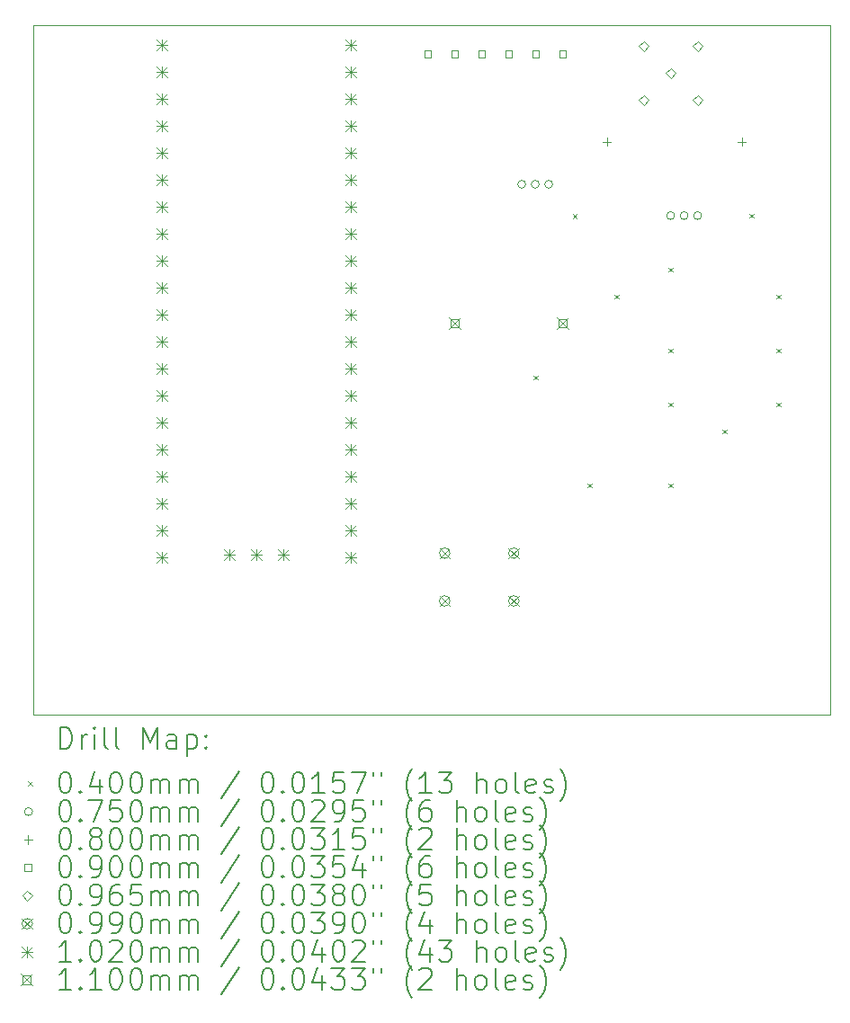
<source format=gbr>
%TF.GenerationSoftware,KiCad,Pcbnew,7.0.8-7.0.8~ubuntu22.04.1*%
%TF.CreationDate,2023-12-12T02:33:41+01:00*%
%TF.ProjectId,kicad,6b696361-642e-46b6-9963-61645f706362,rev?*%
%TF.SameCoordinates,Original*%
%TF.FileFunction,Drillmap*%
%TF.FilePolarity,Positive*%
%FSLAX45Y45*%
G04 Gerber Fmt 4.5, Leading zero omitted, Abs format (unit mm)*
G04 Created by KiCad (PCBNEW 7.0.8-7.0.8~ubuntu22.04.1) date 2023-12-12 02:33:41*
%MOMM*%
%LPD*%
G01*
G04 APERTURE LIST*
%ADD10C,0.100000*%
%ADD11C,0.200000*%
%ADD12C,0.040000*%
%ADD13C,0.075000*%
%ADD14C,0.080000*%
%ADD15C,0.090000*%
%ADD16C,0.096520*%
%ADD17C,0.099000*%
%ADD18C,0.102000*%
%ADD19C,0.110000*%
G04 APERTURE END LIST*
D10*
X10000000Y-10800000D02*
X10000000Y-4300000D01*
X10000000Y-4300000D02*
X17500000Y-4300000D01*
X17500000Y-4300000D02*
X17500000Y-10800000D01*
X17500000Y-10800000D02*
X10000000Y-10800000D01*
D11*
D12*
X14712000Y-7600000D02*
X14752000Y-7640000D01*
X14752000Y-7600000D02*
X14712000Y-7640000D01*
X15080000Y-6080000D02*
X15120000Y-6120000D01*
X15120000Y-6080000D02*
X15080000Y-6120000D01*
X15220000Y-8616000D02*
X15260000Y-8656000D01*
X15260000Y-8616000D02*
X15220000Y-8656000D01*
X15474000Y-6838000D02*
X15514000Y-6878000D01*
X15514000Y-6838000D02*
X15474000Y-6878000D01*
X15982000Y-6584000D02*
X16022000Y-6624000D01*
X16022000Y-6584000D02*
X15982000Y-6624000D01*
X15982000Y-7346000D02*
X16022000Y-7386000D01*
X16022000Y-7346000D02*
X15982000Y-7386000D01*
X15982000Y-7854000D02*
X16022000Y-7894000D01*
X16022000Y-7854000D02*
X15982000Y-7894000D01*
X15982000Y-8616000D02*
X16022000Y-8656000D01*
X16022000Y-8616000D02*
X15982000Y-8656000D01*
X16490000Y-8108000D02*
X16530000Y-8148000D01*
X16530000Y-8108000D02*
X16490000Y-8148000D01*
X16744000Y-6076000D02*
X16784000Y-6116000D01*
X16784000Y-6076000D02*
X16744000Y-6116000D01*
X16998000Y-6838000D02*
X17038000Y-6878000D01*
X17038000Y-6838000D02*
X16998000Y-6878000D01*
X16998000Y-7346000D02*
X17038000Y-7386000D01*
X17038000Y-7346000D02*
X16998000Y-7386000D01*
X16998000Y-7854000D02*
X17038000Y-7894000D01*
X17038000Y-7854000D02*
X16998000Y-7894000D01*
D13*
X14637500Y-5800000D02*
G75*
G03*
X14637500Y-5800000I-37500J0D01*
G01*
X14764500Y-5800000D02*
G75*
G03*
X14764500Y-5800000I-37500J0D01*
G01*
X14891500Y-5800000D02*
G75*
G03*
X14891500Y-5800000I-37500J0D01*
G01*
X16039500Y-6096000D02*
G75*
G03*
X16039500Y-6096000I-37500J0D01*
G01*
X16166500Y-6096000D02*
G75*
G03*
X16166500Y-6096000I-37500J0D01*
G01*
X16293500Y-6096000D02*
G75*
G03*
X16293500Y-6096000I-37500J0D01*
G01*
D14*
X15400000Y-5360000D02*
X15400000Y-5440000D01*
X15360000Y-5400000D02*
X15440000Y-5400000D01*
X16670000Y-5360000D02*
X16670000Y-5440000D01*
X16630000Y-5400000D02*
X16710000Y-5400000D01*
D15*
X13747820Y-4603820D02*
X13747820Y-4540180D01*
X13684180Y-4540180D01*
X13684180Y-4603820D01*
X13747820Y-4603820D01*
X14001820Y-4603820D02*
X14001820Y-4540180D01*
X13938180Y-4540180D01*
X13938180Y-4603820D01*
X14001820Y-4603820D01*
X14255820Y-4603820D02*
X14255820Y-4540180D01*
X14192180Y-4540180D01*
X14192180Y-4603820D01*
X14255820Y-4603820D01*
X14509820Y-4603820D02*
X14509820Y-4540180D01*
X14446180Y-4540180D01*
X14446180Y-4603820D01*
X14509820Y-4603820D01*
X14763820Y-4603820D02*
X14763820Y-4540180D01*
X14700180Y-4540180D01*
X14700180Y-4603820D01*
X14763820Y-4603820D01*
X15017820Y-4603820D02*
X15017820Y-4540180D01*
X14954180Y-4540180D01*
X14954180Y-4603820D01*
X15017820Y-4603820D01*
D16*
X15748000Y-4548260D02*
X15796260Y-4500000D01*
X15748000Y-4451740D01*
X15699740Y-4500000D01*
X15748000Y-4548260D01*
X15748000Y-5056260D02*
X15796260Y-5008000D01*
X15748000Y-4959740D01*
X15699740Y-5008000D01*
X15748000Y-5056260D01*
X16002000Y-4802260D02*
X16050260Y-4754000D01*
X16002000Y-4705740D01*
X15953740Y-4754000D01*
X16002000Y-4802260D01*
X16256000Y-4548260D02*
X16304260Y-4500000D01*
X16256000Y-4451740D01*
X16207740Y-4500000D01*
X16256000Y-4548260D01*
X16256000Y-5056260D02*
X16304260Y-5008000D01*
X16256000Y-4959740D01*
X16207740Y-5008000D01*
X16256000Y-5056260D01*
D17*
X13825500Y-9225500D02*
X13924500Y-9324500D01*
X13924500Y-9225500D02*
X13825500Y-9324500D01*
X13924500Y-9275000D02*
G75*
G03*
X13924500Y-9275000I-49500J0D01*
G01*
X13825500Y-9675500D02*
X13924500Y-9774500D01*
X13924500Y-9675500D02*
X13825500Y-9774500D01*
X13924500Y-9725000D02*
G75*
G03*
X13924500Y-9725000I-49500J0D01*
G01*
X14475500Y-9225500D02*
X14574500Y-9324500D01*
X14574500Y-9225500D02*
X14475500Y-9324500D01*
X14574500Y-9275000D02*
G75*
G03*
X14574500Y-9275000I-49500J0D01*
G01*
X14475500Y-9675500D02*
X14574500Y-9774500D01*
X14574500Y-9675500D02*
X14475500Y-9774500D01*
X14574500Y-9725000D02*
G75*
G03*
X14574500Y-9725000I-49500J0D01*
G01*
D18*
X11160000Y-4436000D02*
X11262000Y-4538000D01*
X11262000Y-4436000D02*
X11160000Y-4538000D01*
X11211000Y-4436000D02*
X11211000Y-4538000D01*
X11160000Y-4487000D02*
X11262000Y-4487000D01*
X11160000Y-4690000D02*
X11262000Y-4792000D01*
X11262000Y-4690000D02*
X11160000Y-4792000D01*
X11211000Y-4690000D02*
X11211000Y-4792000D01*
X11160000Y-4741000D02*
X11262000Y-4741000D01*
X11160000Y-4944000D02*
X11262000Y-5046000D01*
X11262000Y-4944000D02*
X11160000Y-5046000D01*
X11211000Y-4944000D02*
X11211000Y-5046000D01*
X11160000Y-4995000D02*
X11262000Y-4995000D01*
X11160000Y-5198000D02*
X11262000Y-5300000D01*
X11262000Y-5198000D02*
X11160000Y-5300000D01*
X11211000Y-5198000D02*
X11211000Y-5300000D01*
X11160000Y-5249000D02*
X11262000Y-5249000D01*
X11160000Y-5452000D02*
X11262000Y-5554000D01*
X11262000Y-5452000D02*
X11160000Y-5554000D01*
X11211000Y-5452000D02*
X11211000Y-5554000D01*
X11160000Y-5503000D02*
X11262000Y-5503000D01*
X11160000Y-5706000D02*
X11262000Y-5808000D01*
X11262000Y-5706000D02*
X11160000Y-5808000D01*
X11211000Y-5706000D02*
X11211000Y-5808000D01*
X11160000Y-5757000D02*
X11262000Y-5757000D01*
X11160000Y-5960000D02*
X11262000Y-6062000D01*
X11262000Y-5960000D02*
X11160000Y-6062000D01*
X11211000Y-5960000D02*
X11211000Y-6062000D01*
X11160000Y-6011000D02*
X11262000Y-6011000D01*
X11160000Y-6214000D02*
X11262000Y-6316000D01*
X11262000Y-6214000D02*
X11160000Y-6316000D01*
X11211000Y-6214000D02*
X11211000Y-6316000D01*
X11160000Y-6265000D02*
X11262000Y-6265000D01*
X11160000Y-6468000D02*
X11262000Y-6570000D01*
X11262000Y-6468000D02*
X11160000Y-6570000D01*
X11211000Y-6468000D02*
X11211000Y-6570000D01*
X11160000Y-6519000D02*
X11262000Y-6519000D01*
X11160000Y-6722000D02*
X11262000Y-6824000D01*
X11262000Y-6722000D02*
X11160000Y-6824000D01*
X11211000Y-6722000D02*
X11211000Y-6824000D01*
X11160000Y-6773000D02*
X11262000Y-6773000D01*
X11160000Y-6976000D02*
X11262000Y-7078000D01*
X11262000Y-6976000D02*
X11160000Y-7078000D01*
X11211000Y-6976000D02*
X11211000Y-7078000D01*
X11160000Y-7027000D02*
X11262000Y-7027000D01*
X11160000Y-7230000D02*
X11262000Y-7332000D01*
X11262000Y-7230000D02*
X11160000Y-7332000D01*
X11211000Y-7230000D02*
X11211000Y-7332000D01*
X11160000Y-7281000D02*
X11262000Y-7281000D01*
X11160000Y-7484000D02*
X11262000Y-7586000D01*
X11262000Y-7484000D02*
X11160000Y-7586000D01*
X11211000Y-7484000D02*
X11211000Y-7586000D01*
X11160000Y-7535000D02*
X11262000Y-7535000D01*
X11160000Y-7738000D02*
X11262000Y-7840000D01*
X11262000Y-7738000D02*
X11160000Y-7840000D01*
X11211000Y-7738000D02*
X11211000Y-7840000D01*
X11160000Y-7789000D02*
X11262000Y-7789000D01*
X11160000Y-7992000D02*
X11262000Y-8094000D01*
X11262000Y-7992000D02*
X11160000Y-8094000D01*
X11211000Y-7992000D02*
X11211000Y-8094000D01*
X11160000Y-8043000D02*
X11262000Y-8043000D01*
X11160000Y-8246000D02*
X11262000Y-8348000D01*
X11262000Y-8246000D02*
X11160000Y-8348000D01*
X11211000Y-8246000D02*
X11211000Y-8348000D01*
X11160000Y-8297000D02*
X11262000Y-8297000D01*
X11160000Y-8500000D02*
X11262000Y-8602000D01*
X11262000Y-8500000D02*
X11160000Y-8602000D01*
X11211000Y-8500000D02*
X11211000Y-8602000D01*
X11160000Y-8551000D02*
X11262000Y-8551000D01*
X11160000Y-8754000D02*
X11262000Y-8856000D01*
X11262000Y-8754000D02*
X11160000Y-8856000D01*
X11211000Y-8754000D02*
X11211000Y-8856000D01*
X11160000Y-8805000D02*
X11262000Y-8805000D01*
X11160000Y-9008000D02*
X11262000Y-9110000D01*
X11262000Y-9008000D02*
X11160000Y-9110000D01*
X11211000Y-9008000D02*
X11211000Y-9110000D01*
X11160000Y-9059000D02*
X11262000Y-9059000D01*
X11160000Y-9262000D02*
X11262000Y-9364000D01*
X11262000Y-9262000D02*
X11160000Y-9364000D01*
X11211000Y-9262000D02*
X11211000Y-9364000D01*
X11160000Y-9313000D02*
X11262000Y-9313000D01*
X11795000Y-9239000D02*
X11897000Y-9341000D01*
X11897000Y-9239000D02*
X11795000Y-9341000D01*
X11846000Y-9239000D02*
X11846000Y-9341000D01*
X11795000Y-9290000D02*
X11897000Y-9290000D01*
X12049000Y-9239000D02*
X12151000Y-9341000D01*
X12151000Y-9239000D02*
X12049000Y-9341000D01*
X12100000Y-9239000D02*
X12100000Y-9341000D01*
X12049000Y-9290000D02*
X12151000Y-9290000D01*
X12303000Y-9239000D02*
X12405000Y-9341000D01*
X12405000Y-9239000D02*
X12303000Y-9341000D01*
X12354000Y-9239000D02*
X12354000Y-9341000D01*
X12303000Y-9290000D02*
X12405000Y-9290000D01*
X12938000Y-4436000D02*
X13040000Y-4538000D01*
X13040000Y-4436000D02*
X12938000Y-4538000D01*
X12989000Y-4436000D02*
X12989000Y-4538000D01*
X12938000Y-4487000D02*
X13040000Y-4487000D01*
X12938000Y-4690000D02*
X13040000Y-4792000D01*
X13040000Y-4690000D02*
X12938000Y-4792000D01*
X12989000Y-4690000D02*
X12989000Y-4792000D01*
X12938000Y-4741000D02*
X13040000Y-4741000D01*
X12938000Y-4944000D02*
X13040000Y-5046000D01*
X13040000Y-4944000D02*
X12938000Y-5046000D01*
X12989000Y-4944000D02*
X12989000Y-5046000D01*
X12938000Y-4995000D02*
X13040000Y-4995000D01*
X12938000Y-5198000D02*
X13040000Y-5300000D01*
X13040000Y-5198000D02*
X12938000Y-5300000D01*
X12989000Y-5198000D02*
X12989000Y-5300000D01*
X12938000Y-5249000D02*
X13040000Y-5249000D01*
X12938000Y-5452000D02*
X13040000Y-5554000D01*
X13040000Y-5452000D02*
X12938000Y-5554000D01*
X12989000Y-5452000D02*
X12989000Y-5554000D01*
X12938000Y-5503000D02*
X13040000Y-5503000D01*
X12938000Y-5706000D02*
X13040000Y-5808000D01*
X13040000Y-5706000D02*
X12938000Y-5808000D01*
X12989000Y-5706000D02*
X12989000Y-5808000D01*
X12938000Y-5757000D02*
X13040000Y-5757000D01*
X12938000Y-5960000D02*
X13040000Y-6062000D01*
X13040000Y-5960000D02*
X12938000Y-6062000D01*
X12989000Y-5960000D02*
X12989000Y-6062000D01*
X12938000Y-6011000D02*
X13040000Y-6011000D01*
X12938000Y-6214000D02*
X13040000Y-6316000D01*
X13040000Y-6214000D02*
X12938000Y-6316000D01*
X12989000Y-6214000D02*
X12989000Y-6316000D01*
X12938000Y-6265000D02*
X13040000Y-6265000D01*
X12938000Y-6468000D02*
X13040000Y-6570000D01*
X13040000Y-6468000D02*
X12938000Y-6570000D01*
X12989000Y-6468000D02*
X12989000Y-6570000D01*
X12938000Y-6519000D02*
X13040000Y-6519000D01*
X12938000Y-6722000D02*
X13040000Y-6824000D01*
X13040000Y-6722000D02*
X12938000Y-6824000D01*
X12989000Y-6722000D02*
X12989000Y-6824000D01*
X12938000Y-6773000D02*
X13040000Y-6773000D01*
X12938000Y-6976000D02*
X13040000Y-7078000D01*
X13040000Y-6976000D02*
X12938000Y-7078000D01*
X12989000Y-6976000D02*
X12989000Y-7078000D01*
X12938000Y-7027000D02*
X13040000Y-7027000D01*
X12938000Y-7230000D02*
X13040000Y-7332000D01*
X13040000Y-7230000D02*
X12938000Y-7332000D01*
X12989000Y-7230000D02*
X12989000Y-7332000D01*
X12938000Y-7281000D02*
X13040000Y-7281000D01*
X12938000Y-7484000D02*
X13040000Y-7586000D01*
X13040000Y-7484000D02*
X12938000Y-7586000D01*
X12989000Y-7484000D02*
X12989000Y-7586000D01*
X12938000Y-7535000D02*
X13040000Y-7535000D01*
X12938000Y-7738000D02*
X13040000Y-7840000D01*
X13040000Y-7738000D02*
X12938000Y-7840000D01*
X12989000Y-7738000D02*
X12989000Y-7840000D01*
X12938000Y-7789000D02*
X13040000Y-7789000D01*
X12938000Y-7992000D02*
X13040000Y-8094000D01*
X13040000Y-7992000D02*
X12938000Y-8094000D01*
X12989000Y-7992000D02*
X12989000Y-8094000D01*
X12938000Y-8043000D02*
X13040000Y-8043000D01*
X12938000Y-8246000D02*
X13040000Y-8348000D01*
X13040000Y-8246000D02*
X12938000Y-8348000D01*
X12989000Y-8246000D02*
X12989000Y-8348000D01*
X12938000Y-8297000D02*
X13040000Y-8297000D01*
X12938000Y-8500000D02*
X13040000Y-8602000D01*
X13040000Y-8500000D02*
X12938000Y-8602000D01*
X12989000Y-8500000D02*
X12989000Y-8602000D01*
X12938000Y-8551000D02*
X13040000Y-8551000D01*
X12938000Y-8754000D02*
X13040000Y-8856000D01*
X13040000Y-8754000D02*
X12938000Y-8856000D01*
X12989000Y-8754000D02*
X12989000Y-8856000D01*
X12938000Y-8805000D02*
X13040000Y-8805000D01*
X12938000Y-9008000D02*
X13040000Y-9110000D01*
X13040000Y-9008000D02*
X12938000Y-9110000D01*
X12989000Y-9008000D02*
X12989000Y-9110000D01*
X12938000Y-9059000D02*
X13040000Y-9059000D01*
X12938000Y-9262000D02*
X13040000Y-9364000D01*
X13040000Y-9262000D02*
X12938000Y-9364000D01*
X12989000Y-9262000D02*
X12989000Y-9364000D01*
X12938000Y-9313000D02*
X13040000Y-9313000D01*
D19*
X13915000Y-7057000D02*
X14025000Y-7167000D01*
X14025000Y-7057000D02*
X13915000Y-7167000D01*
X14008891Y-7150891D02*
X14008891Y-7073109D01*
X13931109Y-7073109D01*
X13931109Y-7150891D01*
X14008891Y-7150891D01*
X14931000Y-7057000D02*
X15041000Y-7167000D01*
X15041000Y-7057000D02*
X14931000Y-7167000D01*
X15024891Y-7150891D02*
X15024891Y-7073109D01*
X14947109Y-7073109D01*
X14947109Y-7150891D01*
X15024891Y-7150891D01*
D11*
X10255777Y-11116484D02*
X10255777Y-10916484D01*
X10255777Y-10916484D02*
X10303396Y-10916484D01*
X10303396Y-10916484D02*
X10331967Y-10926008D01*
X10331967Y-10926008D02*
X10351015Y-10945055D01*
X10351015Y-10945055D02*
X10360539Y-10964103D01*
X10360539Y-10964103D02*
X10370063Y-11002198D01*
X10370063Y-11002198D02*
X10370063Y-11030770D01*
X10370063Y-11030770D02*
X10360539Y-11068865D01*
X10360539Y-11068865D02*
X10351015Y-11087912D01*
X10351015Y-11087912D02*
X10331967Y-11106960D01*
X10331967Y-11106960D02*
X10303396Y-11116484D01*
X10303396Y-11116484D02*
X10255777Y-11116484D01*
X10455777Y-11116484D02*
X10455777Y-10983150D01*
X10455777Y-11021246D02*
X10465301Y-11002198D01*
X10465301Y-11002198D02*
X10474824Y-10992674D01*
X10474824Y-10992674D02*
X10493872Y-10983150D01*
X10493872Y-10983150D02*
X10512920Y-10983150D01*
X10579586Y-11116484D02*
X10579586Y-10983150D01*
X10579586Y-10916484D02*
X10570063Y-10926008D01*
X10570063Y-10926008D02*
X10579586Y-10935531D01*
X10579586Y-10935531D02*
X10589110Y-10926008D01*
X10589110Y-10926008D02*
X10579586Y-10916484D01*
X10579586Y-10916484D02*
X10579586Y-10935531D01*
X10703396Y-11116484D02*
X10684348Y-11106960D01*
X10684348Y-11106960D02*
X10674824Y-11087912D01*
X10674824Y-11087912D02*
X10674824Y-10916484D01*
X10808158Y-11116484D02*
X10789110Y-11106960D01*
X10789110Y-11106960D02*
X10779586Y-11087912D01*
X10779586Y-11087912D02*
X10779586Y-10916484D01*
X11036729Y-11116484D02*
X11036729Y-10916484D01*
X11036729Y-10916484D02*
X11103396Y-11059341D01*
X11103396Y-11059341D02*
X11170063Y-10916484D01*
X11170063Y-10916484D02*
X11170063Y-11116484D01*
X11351015Y-11116484D02*
X11351015Y-11011722D01*
X11351015Y-11011722D02*
X11341491Y-10992674D01*
X11341491Y-10992674D02*
X11322443Y-10983150D01*
X11322443Y-10983150D02*
X11284348Y-10983150D01*
X11284348Y-10983150D02*
X11265301Y-10992674D01*
X11351015Y-11106960D02*
X11331967Y-11116484D01*
X11331967Y-11116484D02*
X11284348Y-11116484D01*
X11284348Y-11116484D02*
X11265301Y-11106960D01*
X11265301Y-11106960D02*
X11255777Y-11087912D01*
X11255777Y-11087912D02*
X11255777Y-11068865D01*
X11255777Y-11068865D02*
X11265301Y-11049817D01*
X11265301Y-11049817D02*
X11284348Y-11040293D01*
X11284348Y-11040293D02*
X11331967Y-11040293D01*
X11331967Y-11040293D02*
X11351015Y-11030770D01*
X11446253Y-10983150D02*
X11446253Y-11183150D01*
X11446253Y-10992674D02*
X11465301Y-10983150D01*
X11465301Y-10983150D02*
X11503396Y-10983150D01*
X11503396Y-10983150D02*
X11522443Y-10992674D01*
X11522443Y-10992674D02*
X11531967Y-11002198D01*
X11531967Y-11002198D02*
X11541491Y-11021246D01*
X11541491Y-11021246D02*
X11541491Y-11078389D01*
X11541491Y-11078389D02*
X11531967Y-11097436D01*
X11531967Y-11097436D02*
X11522443Y-11106960D01*
X11522443Y-11106960D02*
X11503396Y-11116484D01*
X11503396Y-11116484D02*
X11465301Y-11116484D01*
X11465301Y-11116484D02*
X11446253Y-11106960D01*
X11627205Y-11097436D02*
X11636729Y-11106960D01*
X11636729Y-11106960D02*
X11627205Y-11116484D01*
X11627205Y-11116484D02*
X11617682Y-11106960D01*
X11617682Y-11106960D02*
X11627205Y-11097436D01*
X11627205Y-11097436D02*
X11627205Y-11116484D01*
X11627205Y-10992674D02*
X11636729Y-11002198D01*
X11636729Y-11002198D02*
X11627205Y-11011722D01*
X11627205Y-11011722D02*
X11617682Y-11002198D01*
X11617682Y-11002198D02*
X11627205Y-10992674D01*
X11627205Y-10992674D02*
X11627205Y-11011722D01*
D12*
X9955000Y-11425000D02*
X9995000Y-11465000D01*
X9995000Y-11425000D02*
X9955000Y-11465000D01*
D11*
X10293872Y-11336484D02*
X10312920Y-11336484D01*
X10312920Y-11336484D02*
X10331967Y-11346008D01*
X10331967Y-11346008D02*
X10341491Y-11355531D01*
X10341491Y-11355531D02*
X10351015Y-11374579D01*
X10351015Y-11374579D02*
X10360539Y-11412674D01*
X10360539Y-11412674D02*
X10360539Y-11460293D01*
X10360539Y-11460293D02*
X10351015Y-11498388D01*
X10351015Y-11498388D02*
X10341491Y-11517436D01*
X10341491Y-11517436D02*
X10331967Y-11526960D01*
X10331967Y-11526960D02*
X10312920Y-11536484D01*
X10312920Y-11536484D02*
X10293872Y-11536484D01*
X10293872Y-11536484D02*
X10274824Y-11526960D01*
X10274824Y-11526960D02*
X10265301Y-11517436D01*
X10265301Y-11517436D02*
X10255777Y-11498388D01*
X10255777Y-11498388D02*
X10246253Y-11460293D01*
X10246253Y-11460293D02*
X10246253Y-11412674D01*
X10246253Y-11412674D02*
X10255777Y-11374579D01*
X10255777Y-11374579D02*
X10265301Y-11355531D01*
X10265301Y-11355531D02*
X10274824Y-11346008D01*
X10274824Y-11346008D02*
X10293872Y-11336484D01*
X10446253Y-11517436D02*
X10455777Y-11526960D01*
X10455777Y-11526960D02*
X10446253Y-11536484D01*
X10446253Y-11536484D02*
X10436729Y-11526960D01*
X10436729Y-11526960D02*
X10446253Y-11517436D01*
X10446253Y-11517436D02*
X10446253Y-11536484D01*
X10627205Y-11403150D02*
X10627205Y-11536484D01*
X10579586Y-11326960D02*
X10531967Y-11469817D01*
X10531967Y-11469817D02*
X10655777Y-11469817D01*
X10770063Y-11336484D02*
X10789110Y-11336484D01*
X10789110Y-11336484D02*
X10808158Y-11346008D01*
X10808158Y-11346008D02*
X10817682Y-11355531D01*
X10817682Y-11355531D02*
X10827205Y-11374579D01*
X10827205Y-11374579D02*
X10836729Y-11412674D01*
X10836729Y-11412674D02*
X10836729Y-11460293D01*
X10836729Y-11460293D02*
X10827205Y-11498388D01*
X10827205Y-11498388D02*
X10817682Y-11517436D01*
X10817682Y-11517436D02*
X10808158Y-11526960D01*
X10808158Y-11526960D02*
X10789110Y-11536484D01*
X10789110Y-11536484D02*
X10770063Y-11536484D01*
X10770063Y-11536484D02*
X10751015Y-11526960D01*
X10751015Y-11526960D02*
X10741491Y-11517436D01*
X10741491Y-11517436D02*
X10731967Y-11498388D01*
X10731967Y-11498388D02*
X10722444Y-11460293D01*
X10722444Y-11460293D02*
X10722444Y-11412674D01*
X10722444Y-11412674D02*
X10731967Y-11374579D01*
X10731967Y-11374579D02*
X10741491Y-11355531D01*
X10741491Y-11355531D02*
X10751015Y-11346008D01*
X10751015Y-11346008D02*
X10770063Y-11336484D01*
X10960539Y-11336484D02*
X10979586Y-11336484D01*
X10979586Y-11336484D02*
X10998634Y-11346008D01*
X10998634Y-11346008D02*
X11008158Y-11355531D01*
X11008158Y-11355531D02*
X11017682Y-11374579D01*
X11017682Y-11374579D02*
X11027205Y-11412674D01*
X11027205Y-11412674D02*
X11027205Y-11460293D01*
X11027205Y-11460293D02*
X11017682Y-11498388D01*
X11017682Y-11498388D02*
X11008158Y-11517436D01*
X11008158Y-11517436D02*
X10998634Y-11526960D01*
X10998634Y-11526960D02*
X10979586Y-11536484D01*
X10979586Y-11536484D02*
X10960539Y-11536484D01*
X10960539Y-11536484D02*
X10941491Y-11526960D01*
X10941491Y-11526960D02*
X10931967Y-11517436D01*
X10931967Y-11517436D02*
X10922444Y-11498388D01*
X10922444Y-11498388D02*
X10912920Y-11460293D01*
X10912920Y-11460293D02*
X10912920Y-11412674D01*
X10912920Y-11412674D02*
X10922444Y-11374579D01*
X10922444Y-11374579D02*
X10931967Y-11355531D01*
X10931967Y-11355531D02*
X10941491Y-11346008D01*
X10941491Y-11346008D02*
X10960539Y-11336484D01*
X11112920Y-11536484D02*
X11112920Y-11403150D01*
X11112920Y-11422198D02*
X11122444Y-11412674D01*
X11122444Y-11412674D02*
X11141491Y-11403150D01*
X11141491Y-11403150D02*
X11170063Y-11403150D01*
X11170063Y-11403150D02*
X11189110Y-11412674D01*
X11189110Y-11412674D02*
X11198634Y-11431722D01*
X11198634Y-11431722D02*
X11198634Y-11536484D01*
X11198634Y-11431722D02*
X11208158Y-11412674D01*
X11208158Y-11412674D02*
X11227205Y-11403150D01*
X11227205Y-11403150D02*
X11255777Y-11403150D01*
X11255777Y-11403150D02*
X11274824Y-11412674D01*
X11274824Y-11412674D02*
X11284348Y-11431722D01*
X11284348Y-11431722D02*
X11284348Y-11536484D01*
X11379586Y-11536484D02*
X11379586Y-11403150D01*
X11379586Y-11422198D02*
X11389110Y-11412674D01*
X11389110Y-11412674D02*
X11408158Y-11403150D01*
X11408158Y-11403150D02*
X11436729Y-11403150D01*
X11436729Y-11403150D02*
X11455777Y-11412674D01*
X11455777Y-11412674D02*
X11465301Y-11431722D01*
X11465301Y-11431722D02*
X11465301Y-11536484D01*
X11465301Y-11431722D02*
X11474824Y-11412674D01*
X11474824Y-11412674D02*
X11493872Y-11403150D01*
X11493872Y-11403150D02*
X11522443Y-11403150D01*
X11522443Y-11403150D02*
X11541491Y-11412674D01*
X11541491Y-11412674D02*
X11551015Y-11431722D01*
X11551015Y-11431722D02*
X11551015Y-11536484D01*
X11941491Y-11326960D02*
X11770063Y-11584103D01*
X12198634Y-11336484D02*
X12217682Y-11336484D01*
X12217682Y-11336484D02*
X12236729Y-11346008D01*
X12236729Y-11346008D02*
X12246253Y-11355531D01*
X12246253Y-11355531D02*
X12255777Y-11374579D01*
X12255777Y-11374579D02*
X12265301Y-11412674D01*
X12265301Y-11412674D02*
X12265301Y-11460293D01*
X12265301Y-11460293D02*
X12255777Y-11498388D01*
X12255777Y-11498388D02*
X12246253Y-11517436D01*
X12246253Y-11517436D02*
X12236729Y-11526960D01*
X12236729Y-11526960D02*
X12217682Y-11536484D01*
X12217682Y-11536484D02*
X12198634Y-11536484D01*
X12198634Y-11536484D02*
X12179586Y-11526960D01*
X12179586Y-11526960D02*
X12170063Y-11517436D01*
X12170063Y-11517436D02*
X12160539Y-11498388D01*
X12160539Y-11498388D02*
X12151015Y-11460293D01*
X12151015Y-11460293D02*
X12151015Y-11412674D01*
X12151015Y-11412674D02*
X12160539Y-11374579D01*
X12160539Y-11374579D02*
X12170063Y-11355531D01*
X12170063Y-11355531D02*
X12179586Y-11346008D01*
X12179586Y-11346008D02*
X12198634Y-11336484D01*
X12351015Y-11517436D02*
X12360539Y-11526960D01*
X12360539Y-11526960D02*
X12351015Y-11536484D01*
X12351015Y-11536484D02*
X12341491Y-11526960D01*
X12341491Y-11526960D02*
X12351015Y-11517436D01*
X12351015Y-11517436D02*
X12351015Y-11536484D01*
X12484348Y-11336484D02*
X12503396Y-11336484D01*
X12503396Y-11336484D02*
X12522444Y-11346008D01*
X12522444Y-11346008D02*
X12531967Y-11355531D01*
X12531967Y-11355531D02*
X12541491Y-11374579D01*
X12541491Y-11374579D02*
X12551015Y-11412674D01*
X12551015Y-11412674D02*
X12551015Y-11460293D01*
X12551015Y-11460293D02*
X12541491Y-11498388D01*
X12541491Y-11498388D02*
X12531967Y-11517436D01*
X12531967Y-11517436D02*
X12522444Y-11526960D01*
X12522444Y-11526960D02*
X12503396Y-11536484D01*
X12503396Y-11536484D02*
X12484348Y-11536484D01*
X12484348Y-11536484D02*
X12465301Y-11526960D01*
X12465301Y-11526960D02*
X12455777Y-11517436D01*
X12455777Y-11517436D02*
X12446253Y-11498388D01*
X12446253Y-11498388D02*
X12436729Y-11460293D01*
X12436729Y-11460293D02*
X12436729Y-11412674D01*
X12436729Y-11412674D02*
X12446253Y-11374579D01*
X12446253Y-11374579D02*
X12455777Y-11355531D01*
X12455777Y-11355531D02*
X12465301Y-11346008D01*
X12465301Y-11346008D02*
X12484348Y-11336484D01*
X12741491Y-11536484D02*
X12627206Y-11536484D01*
X12684348Y-11536484D02*
X12684348Y-11336484D01*
X12684348Y-11336484D02*
X12665301Y-11365055D01*
X12665301Y-11365055D02*
X12646253Y-11384103D01*
X12646253Y-11384103D02*
X12627206Y-11393627D01*
X12922444Y-11336484D02*
X12827206Y-11336484D01*
X12827206Y-11336484D02*
X12817682Y-11431722D01*
X12817682Y-11431722D02*
X12827206Y-11422198D01*
X12827206Y-11422198D02*
X12846253Y-11412674D01*
X12846253Y-11412674D02*
X12893872Y-11412674D01*
X12893872Y-11412674D02*
X12912920Y-11422198D01*
X12912920Y-11422198D02*
X12922444Y-11431722D01*
X12922444Y-11431722D02*
X12931967Y-11450769D01*
X12931967Y-11450769D02*
X12931967Y-11498388D01*
X12931967Y-11498388D02*
X12922444Y-11517436D01*
X12922444Y-11517436D02*
X12912920Y-11526960D01*
X12912920Y-11526960D02*
X12893872Y-11536484D01*
X12893872Y-11536484D02*
X12846253Y-11536484D01*
X12846253Y-11536484D02*
X12827206Y-11526960D01*
X12827206Y-11526960D02*
X12817682Y-11517436D01*
X12998634Y-11336484D02*
X13131967Y-11336484D01*
X13131967Y-11336484D02*
X13046253Y-11536484D01*
X13198634Y-11336484D02*
X13198634Y-11374579D01*
X13274825Y-11336484D02*
X13274825Y-11374579D01*
X13570063Y-11612674D02*
X13560539Y-11603150D01*
X13560539Y-11603150D02*
X13541491Y-11574579D01*
X13541491Y-11574579D02*
X13531968Y-11555531D01*
X13531968Y-11555531D02*
X13522444Y-11526960D01*
X13522444Y-11526960D02*
X13512920Y-11479341D01*
X13512920Y-11479341D02*
X13512920Y-11441246D01*
X13512920Y-11441246D02*
X13522444Y-11393627D01*
X13522444Y-11393627D02*
X13531968Y-11365055D01*
X13531968Y-11365055D02*
X13541491Y-11346008D01*
X13541491Y-11346008D02*
X13560539Y-11317436D01*
X13560539Y-11317436D02*
X13570063Y-11307912D01*
X13751015Y-11536484D02*
X13636729Y-11536484D01*
X13693872Y-11536484D02*
X13693872Y-11336484D01*
X13693872Y-11336484D02*
X13674825Y-11365055D01*
X13674825Y-11365055D02*
X13655777Y-11384103D01*
X13655777Y-11384103D02*
X13636729Y-11393627D01*
X13817682Y-11336484D02*
X13941491Y-11336484D01*
X13941491Y-11336484D02*
X13874825Y-11412674D01*
X13874825Y-11412674D02*
X13903396Y-11412674D01*
X13903396Y-11412674D02*
X13922444Y-11422198D01*
X13922444Y-11422198D02*
X13931968Y-11431722D01*
X13931968Y-11431722D02*
X13941491Y-11450769D01*
X13941491Y-11450769D02*
X13941491Y-11498388D01*
X13941491Y-11498388D02*
X13931968Y-11517436D01*
X13931968Y-11517436D02*
X13922444Y-11526960D01*
X13922444Y-11526960D02*
X13903396Y-11536484D01*
X13903396Y-11536484D02*
X13846253Y-11536484D01*
X13846253Y-11536484D02*
X13827206Y-11526960D01*
X13827206Y-11526960D02*
X13817682Y-11517436D01*
X14179587Y-11536484D02*
X14179587Y-11336484D01*
X14265301Y-11536484D02*
X14265301Y-11431722D01*
X14265301Y-11431722D02*
X14255777Y-11412674D01*
X14255777Y-11412674D02*
X14236730Y-11403150D01*
X14236730Y-11403150D02*
X14208158Y-11403150D01*
X14208158Y-11403150D02*
X14189110Y-11412674D01*
X14189110Y-11412674D02*
X14179587Y-11422198D01*
X14389110Y-11536484D02*
X14370063Y-11526960D01*
X14370063Y-11526960D02*
X14360539Y-11517436D01*
X14360539Y-11517436D02*
X14351015Y-11498388D01*
X14351015Y-11498388D02*
X14351015Y-11441246D01*
X14351015Y-11441246D02*
X14360539Y-11422198D01*
X14360539Y-11422198D02*
X14370063Y-11412674D01*
X14370063Y-11412674D02*
X14389110Y-11403150D01*
X14389110Y-11403150D02*
X14417682Y-11403150D01*
X14417682Y-11403150D02*
X14436730Y-11412674D01*
X14436730Y-11412674D02*
X14446253Y-11422198D01*
X14446253Y-11422198D02*
X14455777Y-11441246D01*
X14455777Y-11441246D02*
X14455777Y-11498388D01*
X14455777Y-11498388D02*
X14446253Y-11517436D01*
X14446253Y-11517436D02*
X14436730Y-11526960D01*
X14436730Y-11526960D02*
X14417682Y-11536484D01*
X14417682Y-11536484D02*
X14389110Y-11536484D01*
X14570063Y-11536484D02*
X14551015Y-11526960D01*
X14551015Y-11526960D02*
X14541491Y-11507912D01*
X14541491Y-11507912D02*
X14541491Y-11336484D01*
X14722444Y-11526960D02*
X14703396Y-11536484D01*
X14703396Y-11536484D02*
X14665301Y-11536484D01*
X14665301Y-11536484D02*
X14646253Y-11526960D01*
X14646253Y-11526960D02*
X14636730Y-11507912D01*
X14636730Y-11507912D02*
X14636730Y-11431722D01*
X14636730Y-11431722D02*
X14646253Y-11412674D01*
X14646253Y-11412674D02*
X14665301Y-11403150D01*
X14665301Y-11403150D02*
X14703396Y-11403150D01*
X14703396Y-11403150D02*
X14722444Y-11412674D01*
X14722444Y-11412674D02*
X14731968Y-11431722D01*
X14731968Y-11431722D02*
X14731968Y-11450769D01*
X14731968Y-11450769D02*
X14636730Y-11469817D01*
X14808158Y-11526960D02*
X14827206Y-11536484D01*
X14827206Y-11536484D02*
X14865301Y-11536484D01*
X14865301Y-11536484D02*
X14884349Y-11526960D01*
X14884349Y-11526960D02*
X14893872Y-11507912D01*
X14893872Y-11507912D02*
X14893872Y-11498388D01*
X14893872Y-11498388D02*
X14884349Y-11479341D01*
X14884349Y-11479341D02*
X14865301Y-11469817D01*
X14865301Y-11469817D02*
X14836730Y-11469817D01*
X14836730Y-11469817D02*
X14817682Y-11460293D01*
X14817682Y-11460293D02*
X14808158Y-11441246D01*
X14808158Y-11441246D02*
X14808158Y-11431722D01*
X14808158Y-11431722D02*
X14817682Y-11412674D01*
X14817682Y-11412674D02*
X14836730Y-11403150D01*
X14836730Y-11403150D02*
X14865301Y-11403150D01*
X14865301Y-11403150D02*
X14884349Y-11412674D01*
X14960539Y-11612674D02*
X14970063Y-11603150D01*
X14970063Y-11603150D02*
X14989111Y-11574579D01*
X14989111Y-11574579D02*
X14998634Y-11555531D01*
X14998634Y-11555531D02*
X15008158Y-11526960D01*
X15008158Y-11526960D02*
X15017682Y-11479341D01*
X15017682Y-11479341D02*
X15017682Y-11441246D01*
X15017682Y-11441246D02*
X15008158Y-11393627D01*
X15008158Y-11393627D02*
X14998634Y-11365055D01*
X14998634Y-11365055D02*
X14989111Y-11346008D01*
X14989111Y-11346008D02*
X14970063Y-11317436D01*
X14970063Y-11317436D02*
X14960539Y-11307912D01*
D13*
X9995000Y-11709000D02*
G75*
G03*
X9995000Y-11709000I-37500J0D01*
G01*
D11*
X10293872Y-11600484D02*
X10312920Y-11600484D01*
X10312920Y-11600484D02*
X10331967Y-11610008D01*
X10331967Y-11610008D02*
X10341491Y-11619531D01*
X10341491Y-11619531D02*
X10351015Y-11638579D01*
X10351015Y-11638579D02*
X10360539Y-11676674D01*
X10360539Y-11676674D02*
X10360539Y-11724293D01*
X10360539Y-11724293D02*
X10351015Y-11762388D01*
X10351015Y-11762388D02*
X10341491Y-11781436D01*
X10341491Y-11781436D02*
X10331967Y-11790960D01*
X10331967Y-11790960D02*
X10312920Y-11800484D01*
X10312920Y-11800484D02*
X10293872Y-11800484D01*
X10293872Y-11800484D02*
X10274824Y-11790960D01*
X10274824Y-11790960D02*
X10265301Y-11781436D01*
X10265301Y-11781436D02*
X10255777Y-11762388D01*
X10255777Y-11762388D02*
X10246253Y-11724293D01*
X10246253Y-11724293D02*
X10246253Y-11676674D01*
X10246253Y-11676674D02*
X10255777Y-11638579D01*
X10255777Y-11638579D02*
X10265301Y-11619531D01*
X10265301Y-11619531D02*
X10274824Y-11610008D01*
X10274824Y-11610008D02*
X10293872Y-11600484D01*
X10446253Y-11781436D02*
X10455777Y-11790960D01*
X10455777Y-11790960D02*
X10446253Y-11800484D01*
X10446253Y-11800484D02*
X10436729Y-11790960D01*
X10436729Y-11790960D02*
X10446253Y-11781436D01*
X10446253Y-11781436D02*
X10446253Y-11800484D01*
X10522444Y-11600484D02*
X10655777Y-11600484D01*
X10655777Y-11600484D02*
X10570063Y-11800484D01*
X10827205Y-11600484D02*
X10731967Y-11600484D01*
X10731967Y-11600484D02*
X10722444Y-11695722D01*
X10722444Y-11695722D02*
X10731967Y-11686198D01*
X10731967Y-11686198D02*
X10751015Y-11676674D01*
X10751015Y-11676674D02*
X10798634Y-11676674D01*
X10798634Y-11676674D02*
X10817682Y-11686198D01*
X10817682Y-11686198D02*
X10827205Y-11695722D01*
X10827205Y-11695722D02*
X10836729Y-11714769D01*
X10836729Y-11714769D02*
X10836729Y-11762388D01*
X10836729Y-11762388D02*
X10827205Y-11781436D01*
X10827205Y-11781436D02*
X10817682Y-11790960D01*
X10817682Y-11790960D02*
X10798634Y-11800484D01*
X10798634Y-11800484D02*
X10751015Y-11800484D01*
X10751015Y-11800484D02*
X10731967Y-11790960D01*
X10731967Y-11790960D02*
X10722444Y-11781436D01*
X10960539Y-11600484D02*
X10979586Y-11600484D01*
X10979586Y-11600484D02*
X10998634Y-11610008D01*
X10998634Y-11610008D02*
X11008158Y-11619531D01*
X11008158Y-11619531D02*
X11017682Y-11638579D01*
X11017682Y-11638579D02*
X11027205Y-11676674D01*
X11027205Y-11676674D02*
X11027205Y-11724293D01*
X11027205Y-11724293D02*
X11017682Y-11762388D01*
X11017682Y-11762388D02*
X11008158Y-11781436D01*
X11008158Y-11781436D02*
X10998634Y-11790960D01*
X10998634Y-11790960D02*
X10979586Y-11800484D01*
X10979586Y-11800484D02*
X10960539Y-11800484D01*
X10960539Y-11800484D02*
X10941491Y-11790960D01*
X10941491Y-11790960D02*
X10931967Y-11781436D01*
X10931967Y-11781436D02*
X10922444Y-11762388D01*
X10922444Y-11762388D02*
X10912920Y-11724293D01*
X10912920Y-11724293D02*
X10912920Y-11676674D01*
X10912920Y-11676674D02*
X10922444Y-11638579D01*
X10922444Y-11638579D02*
X10931967Y-11619531D01*
X10931967Y-11619531D02*
X10941491Y-11610008D01*
X10941491Y-11610008D02*
X10960539Y-11600484D01*
X11112920Y-11800484D02*
X11112920Y-11667150D01*
X11112920Y-11686198D02*
X11122444Y-11676674D01*
X11122444Y-11676674D02*
X11141491Y-11667150D01*
X11141491Y-11667150D02*
X11170063Y-11667150D01*
X11170063Y-11667150D02*
X11189110Y-11676674D01*
X11189110Y-11676674D02*
X11198634Y-11695722D01*
X11198634Y-11695722D02*
X11198634Y-11800484D01*
X11198634Y-11695722D02*
X11208158Y-11676674D01*
X11208158Y-11676674D02*
X11227205Y-11667150D01*
X11227205Y-11667150D02*
X11255777Y-11667150D01*
X11255777Y-11667150D02*
X11274824Y-11676674D01*
X11274824Y-11676674D02*
X11284348Y-11695722D01*
X11284348Y-11695722D02*
X11284348Y-11800484D01*
X11379586Y-11800484D02*
X11379586Y-11667150D01*
X11379586Y-11686198D02*
X11389110Y-11676674D01*
X11389110Y-11676674D02*
X11408158Y-11667150D01*
X11408158Y-11667150D02*
X11436729Y-11667150D01*
X11436729Y-11667150D02*
X11455777Y-11676674D01*
X11455777Y-11676674D02*
X11465301Y-11695722D01*
X11465301Y-11695722D02*
X11465301Y-11800484D01*
X11465301Y-11695722D02*
X11474824Y-11676674D01*
X11474824Y-11676674D02*
X11493872Y-11667150D01*
X11493872Y-11667150D02*
X11522443Y-11667150D01*
X11522443Y-11667150D02*
X11541491Y-11676674D01*
X11541491Y-11676674D02*
X11551015Y-11695722D01*
X11551015Y-11695722D02*
X11551015Y-11800484D01*
X11941491Y-11590960D02*
X11770063Y-11848103D01*
X12198634Y-11600484D02*
X12217682Y-11600484D01*
X12217682Y-11600484D02*
X12236729Y-11610008D01*
X12236729Y-11610008D02*
X12246253Y-11619531D01*
X12246253Y-11619531D02*
X12255777Y-11638579D01*
X12255777Y-11638579D02*
X12265301Y-11676674D01*
X12265301Y-11676674D02*
X12265301Y-11724293D01*
X12265301Y-11724293D02*
X12255777Y-11762388D01*
X12255777Y-11762388D02*
X12246253Y-11781436D01*
X12246253Y-11781436D02*
X12236729Y-11790960D01*
X12236729Y-11790960D02*
X12217682Y-11800484D01*
X12217682Y-11800484D02*
X12198634Y-11800484D01*
X12198634Y-11800484D02*
X12179586Y-11790960D01*
X12179586Y-11790960D02*
X12170063Y-11781436D01*
X12170063Y-11781436D02*
X12160539Y-11762388D01*
X12160539Y-11762388D02*
X12151015Y-11724293D01*
X12151015Y-11724293D02*
X12151015Y-11676674D01*
X12151015Y-11676674D02*
X12160539Y-11638579D01*
X12160539Y-11638579D02*
X12170063Y-11619531D01*
X12170063Y-11619531D02*
X12179586Y-11610008D01*
X12179586Y-11610008D02*
X12198634Y-11600484D01*
X12351015Y-11781436D02*
X12360539Y-11790960D01*
X12360539Y-11790960D02*
X12351015Y-11800484D01*
X12351015Y-11800484D02*
X12341491Y-11790960D01*
X12341491Y-11790960D02*
X12351015Y-11781436D01*
X12351015Y-11781436D02*
X12351015Y-11800484D01*
X12484348Y-11600484D02*
X12503396Y-11600484D01*
X12503396Y-11600484D02*
X12522444Y-11610008D01*
X12522444Y-11610008D02*
X12531967Y-11619531D01*
X12531967Y-11619531D02*
X12541491Y-11638579D01*
X12541491Y-11638579D02*
X12551015Y-11676674D01*
X12551015Y-11676674D02*
X12551015Y-11724293D01*
X12551015Y-11724293D02*
X12541491Y-11762388D01*
X12541491Y-11762388D02*
X12531967Y-11781436D01*
X12531967Y-11781436D02*
X12522444Y-11790960D01*
X12522444Y-11790960D02*
X12503396Y-11800484D01*
X12503396Y-11800484D02*
X12484348Y-11800484D01*
X12484348Y-11800484D02*
X12465301Y-11790960D01*
X12465301Y-11790960D02*
X12455777Y-11781436D01*
X12455777Y-11781436D02*
X12446253Y-11762388D01*
X12446253Y-11762388D02*
X12436729Y-11724293D01*
X12436729Y-11724293D02*
X12436729Y-11676674D01*
X12436729Y-11676674D02*
X12446253Y-11638579D01*
X12446253Y-11638579D02*
X12455777Y-11619531D01*
X12455777Y-11619531D02*
X12465301Y-11610008D01*
X12465301Y-11610008D02*
X12484348Y-11600484D01*
X12627206Y-11619531D02*
X12636729Y-11610008D01*
X12636729Y-11610008D02*
X12655777Y-11600484D01*
X12655777Y-11600484D02*
X12703396Y-11600484D01*
X12703396Y-11600484D02*
X12722444Y-11610008D01*
X12722444Y-11610008D02*
X12731967Y-11619531D01*
X12731967Y-11619531D02*
X12741491Y-11638579D01*
X12741491Y-11638579D02*
X12741491Y-11657627D01*
X12741491Y-11657627D02*
X12731967Y-11686198D01*
X12731967Y-11686198D02*
X12617682Y-11800484D01*
X12617682Y-11800484D02*
X12741491Y-11800484D01*
X12836729Y-11800484D02*
X12874825Y-11800484D01*
X12874825Y-11800484D02*
X12893872Y-11790960D01*
X12893872Y-11790960D02*
X12903396Y-11781436D01*
X12903396Y-11781436D02*
X12922444Y-11752865D01*
X12922444Y-11752865D02*
X12931967Y-11714769D01*
X12931967Y-11714769D02*
X12931967Y-11638579D01*
X12931967Y-11638579D02*
X12922444Y-11619531D01*
X12922444Y-11619531D02*
X12912920Y-11610008D01*
X12912920Y-11610008D02*
X12893872Y-11600484D01*
X12893872Y-11600484D02*
X12855777Y-11600484D01*
X12855777Y-11600484D02*
X12836729Y-11610008D01*
X12836729Y-11610008D02*
X12827206Y-11619531D01*
X12827206Y-11619531D02*
X12817682Y-11638579D01*
X12817682Y-11638579D02*
X12817682Y-11686198D01*
X12817682Y-11686198D02*
X12827206Y-11705246D01*
X12827206Y-11705246D02*
X12836729Y-11714769D01*
X12836729Y-11714769D02*
X12855777Y-11724293D01*
X12855777Y-11724293D02*
X12893872Y-11724293D01*
X12893872Y-11724293D02*
X12912920Y-11714769D01*
X12912920Y-11714769D02*
X12922444Y-11705246D01*
X12922444Y-11705246D02*
X12931967Y-11686198D01*
X13112920Y-11600484D02*
X13017682Y-11600484D01*
X13017682Y-11600484D02*
X13008158Y-11695722D01*
X13008158Y-11695722D02*
X13017682Y-11686198D01*
X13017682Y-11686198D02*
X13036729Y-11676674D01*
X13036729Y-11676674D02*
X13084348Y-11676674D01*
X13084348Y-11676674D02*
X13103396Y-11686198D01*
X13103396Y-11686198D02*
X13112920Y-11695722D01*
X13112920Y-11695722D02*
X13122444Y-11714769D01*
X13122444Y-11714769D02*
X13122444Y-11762388D01*
X13122444Y-11762388D02*
X13112920Y-11781436D01*
X13112920Y-11781436D02*
X13103396Y-11790960D01*
X13103396Y-11790960D02*
X13084348Y-11800484D01*
X13084348Y-11800484D02*
X13036729Y-11800484D01*
X13036729Y-11800484D02*
X13017682Y-11790960D01*
X13017682Y-11790960D02*
X13008158Y-11781436D01*
X13198634Y-11600484D02*
X13198634Y-11638579D01*
X13274825Y-11600484D02*
X13274825Y-11638579D01*
X13570063Y-11876674D02*
X13560539Y-11867150D01*
X13560539Y-11867150D02*
X13541491Y-11838579D01*
X13541491Y-11838579D02*
X13531968Y-11819531D01*
X13531968Y-11819531D02*
X13522444Y-11790960D01*
X13522444Y-11790960D02*
X13512920Y-11743341D01*
X13512920Y-11743341D02*
X13512920Y-11705246D01*
X13512920Y-11705246D02*
X13522444Y-11657627D01*
X13522444Y-11657627D02*
X13531968Y-11629055D01*
X13531968Y-11629055D02*
X13541491Y-11610008D01*
X13541491Y-11610008D02*
X13560539Y-11581436D01*
X13560539Y-11581436D02*
X13570063Y-11571912D01*
X13731968Y-11600484D02*
X13693872Y-11600484D01*
X13693872Y-11600484D02*
X13674825Y-11610008D01*
X13674825Y-11610008D02*
X13665301Y-11619531D01*
X13665301Y-11619531D02*
X13646253Y-11648103D01*
X13646253Y-11648103D02*
X13636729Y-11686198D01*
X13636729Y-11686198D02*
X13636729Y-11762388D01*
X13636729Y-11762388D02*
X13646253Y-11781436D01*
X13646253Y-11781436D02*
X13655777Y-11790960D01*
X13655777Y-11790960D02*
X13674825Y-11800484D01*
X13674825Y-11800484D02*
X13712920Y-11800484D01*
X13712920Y-11800484D02*
X13731968Y-11790960D01*
X13731968Y-11790960D02*
X13741491Y-11781436D01*
X13741491Y-11781436D02*
X13751015Y-11762388D01*
X13751015Y-11762388D02*
X13751015Y-11714769D01*
X13751015Y-11714769D02*
X13741491Y-11695722D01*
X13741491Y-11695722D02*
X13731968Y-11686198D01*
X13731968Y-11686198D02*
X13712920Y-11676674D01*
X13712920Y-11676674D02*
X13674825Y-11676674D01*
X13674825Y-11676674D02*
X13655777Y-11686198D01*
X13655777Y-11686198D02*
X13646253Y-11695722D01*
X13646253Y-11695722D02*
X13636729Y-11714769D01*
X13989110Y-11800484D02*
X13989110Y-11600484D01*
X14074825Y-11800484D02*
X14074825Y-11695722D01*
X14074825Y-11695722D02*
X14065301Y-11676674D01*
X14065301Y-11676674D02*
X14046253Y-11667150D01*
X14046253Y-11667150D02*
X14017682Y-11667150D01*
X14017682Y-11667150D02*
X13998634Y-11676674D01*
X13998634Y-11676674D02*
X13989110Y-11686198D01*
X14198634Y-11800484D02*
X14179587Y-11790960D01*
X14179587Y-11790960D02*
X14170063Y-11781436D01*
X14170063Y-11781436D02*
X14160539Y-11762388D01*
X14160539Y-11762388D02*
X14160539Y-11705246D01*
X14160539Y-11705246D02*
X14170063Y-11686198D01*
X14170063Y-11686198D02*
X14179587Y-11676674D01*
X14179587Y-11676674D02*
X14198634Y-11667150D01*
X14198634Y-11667150D02*
X14227206Y-11667150D01*
X14227206Y-11667150D02*
X14246253Y-11676674D01*
X14246253Y-11676674D02*
X14255777Y-11686198D01*
X14255777Y-11686198D02*
X14265301Y-11705246D01*
X14265301Y-11705246D02*
X14265301Y-11762388D01*
X14265301Y-11762388D02*
X14255777Y-11781436D01*
X14255777Y-11781436D02*
X14246253Y-11790960D01*
X14246253Y-11790960D02*
X14227206Y-11800484D01*
X14227206Y-11800484D02*
X14198634Y-11800484D01*
X14379587Y-11800484D02*
X14360539Y-11790960D01*
X14360539Y-11790960D02*
X14351015Y-11771912D01*
X14351015Y-11771912D02*
X14351015Y-11600484D01*
X14531968Y-11790960D02*
X14512920Y-11800484D01*
X14512920Y-11800484D02*
X14474825Y-11800484D01*
X14474825Y-11800484D02*
X14455777Y-11790960D01*
X14455777Y-11790960D02*
X14446253Y-11771912D01*
X14446253Y-11771912D02*
X14446253Y-11695722D01*
X14446253Y-11695722D02*
X14455777Y-11676674D01*
X14455777Y-11676674D02*
X14474825Y-11667150D01*
X14474825Y-11667150D02*
X14512920Y-11667150D01*
X14512920Y-11667150D02*
X14531968Y-11676674D01*
X14531968Y-11676674D02*
X14541491Y-11695722D01*
X14541491Y-11695722D02*
X14541491Y-11714769D01*
X14541491Y-11714769D02*
X14446253Y-11733817D01*
X14617682Y-11790960D02*
X14636730Y-11800484D01*
X14636730Y-11800484D02*
X14674825Y-11800484D01*
X14674825Y-11800484D02*
X14693872Y-11790960D01*
X14693872Y-11790960D02*
X14703396Y-11771912D01*
X14703396Y-11771912D02*
X14703396Y-11762388D01*
X14703396Y-11762388D02*
X14693872Y-11743341D01*
X14693872Y-11743341D02*
X14674825Y-11733817D01*
X14674825Y-11733817D02*
X14646253Y-11733817D01*
X14646253Y-11733817D02*
X14627206Y-11724293D01*
X14627206Y-11724293D02*
X14617682Y-11705246D01*
X14617682Y-11705246D02*
X14617682Y-11695722D01*
X14617682Y-11695722D02*
X14627206Y-11676674D01*
X14627206Y-11676674D02*
X14646253Y-11667150D01*
X14646253Y-11667150D02*
X14674825Y-11667150D01*
X14674825Y-11667150D02*
X14693872Y-11676674D01*
X14770063Y-11876674D02*
X14779587Y-11867150D01*
X14779587Y-11867150D02*
X14798634Y-11838579D01*
X14798634Y-11838579D02*
X14808158Y-11819531D01*
X14808158Y-11819531D02*
X14817682Y-11790960D01*
X14817682Y-11790960D02*
X14827206Y-11743341D01*
X14827206Y-11743341D02*
X14827206Y-11705246D01*
X14827206Y-11705246D02*
X14817682Y-11657627D01*
X14817682Y-11657627D02*
X14808158Y-11629055D01*
X14808158Y-11629055D02*
X14798634Y-11610008D01*
X14798634Y-11610008D02*
X14779587Y-11581436D01*
X14779587Y-11581436D02*
X14770063Y-11571912D01*
D14*
X9955000Y-11933000D02*
X9955000Y-12013000D01*
X9915000Y-11973000D02*
X9995000Y-11973000D01*
D11*
X10293872Y-11864484D02*
X10312920Y-11864484D01*
X10312920Y-11864484D02*
X10331967Y-11874008D01*
X10331967Y-11874008D02*
X10341491Y-11883531D01*
X10341491Y-11883531D02*
X10351015Y-11902579D01*
X10351015Y-11902579D02*
X10360539Y-11940674D01*
X10360539Y-11940674D02*
X10360539Y-11988293D01*
X10360539Y-11988293D02*
X10351015Y-12026388D01*
X10351015Y-12026388D02*
X10341491Y-12045436D01*
X10341491Y-12045436D02*
X10331967Y-12054960D01*
X10331967Y-12054960D02*
X10312920Y-12064484D01*
X10312920Y-12064484D02*
X10293872Y-12064484D01*
X10293872Y-12064484D02*
X10274824Y-12054960D01*
X10274824Y-12054960D02*
X10265301Y-12045436D01*
X10265301Y-12045436D02*
X10255777Y-12026388D01*
X10255777Y-12026388D02*
X10246253Y-11988293D01*
X10246253Y-11988293D02*
X10246253Y-11940674D01*
X10246253Y-11940674D02*
X10255777Y-11902579D01*
X10255777Y-11902579D02*
X10265301Y-11883531D01*
X10265301Y-11883531D02*
X10274824Y-11874008D01*
X10274824Y-11874008D02*
X10293872Y-11864484D01*
X10446253Y-12045436D02*
X10455777Y-12054960D01*
X10455777Y-12054960D02*
X10446253Y-12064484D01*
X10446253Y-12064484D02*
X10436729Y-12054960D01*
X10436729Y-12054960D02*
X10446253Y-12045436D01*
X10446253Y-12045436D02*
X10446253Y-12064484D01*
X10570063Y-11950198D02*
X10551015Y-11940674D01*
X10551015Y-11940674D02*
X10541491Y-11931150D01*
X10541491Y-11931150D02*
X10531967Y-11912103D01*
X10531967Y-11912103D02*
X10531967Y-11902579D01*
X10531967Y-11902579D02*
X10541491Y-11883531D01*
X10541491Y-11883531D02*
X10551015Y-11874008D01*
X10551015Y-11874008D02*
X10570063Y-11864484D01*
X10570063Y-11864484D02*
X10608158Y-11864484D01*
X10608158Y-11864484D02*
X10627205Y-11874008D01*
X10627205Y-11874008D02*
X10636729Y-11883531D01*
X10636729Y-11883531D02*
X10646253Y-11902579D01*
X10646253Y-11902579D02*
X10646253Y-11912103D01*
X10646253Y-11912103D02*
X10636729Y-11931150D01*
X10636729Y-11931150D02*
X10627205Y-11940674D01*
X10627205Y-11940674D02*
X10608158Y-11950198D01*
X10608158Y-11950198D02*
X10570063Y-11950198D01*
X10570063Y-11950198D02*
X10551015Y-11959722D01*
X10551015Y-11959722D02*
X10541491Y-11969246D01*
X10541491Y-11969246D02*
X10531967Y-11988293D01*
X10531967Y-11988293D02*
X10531967Y-12026388D01*
X10531967Y-12026388D02*
X10541491Y-12045436D01*
X10541491Y-12045436D02*
X10551015Y-12054960D01*
X10551015Y-12054960D02*
X10570063Y-12064484D01*
X10570063Y-12064484D02*
X10608158Y-12064484D01*
X10608158Y-12064484D02*
X10627205Y-12054960D01*
X10627205Y-12054960D02*
X10636729Y-12045436D01*
X10636729Y-12045436D02*
X10646253Y-12026388D01*
X10646253Y-12026388D02*
X10646253Y-11988293D01*
X10646253Y-11988293D02*
X10636729Y-11969246D01*
X10636729Y-11969246D02*
X10627205Y-11959722D01*
X10627205Y-11959722D02*
X10608158Y-11950198D01*
X10770063Y-11864484D02*
X10789110Y-11864484D01*
X10789110Y-11864484D02*
X10808158Y-11874008D01*
X10808158Y-11874008D02*
X10817682Y-11883531D01*
X10817682Y-11883531D02*
X10827205Y-11902579D01*
X10827205Y-11902579D02*
X10836729Y-11940674D01*
X10836729Y-11940674D02*
X10836729Y-11988293D01*
X10836729Y-11988293D02*
X10827205Y-12026388D01*
X10827205Y-12026388D02*
X10817682Y-12045436D01*
X10817682Y-12045436D02*
X10808158Y-12054960D01*
X10808158Y-12054960D02*
X10789110Y-12064484D01*
X10789110Y-12064484D02*
X10770063Y-12064484D01*
X10770063Y-12064484D02*
X10751015Y-12054960D01*
X10751015Y-12054960D02*
X10741491Y-12045436D01*
X10741491Y-12045436D02*
X10731967Y-12026388D01*
X10731967Y-12026388D02*
X10722444Y-11988293D01*
X10722444Y-11988293D02*
X10722444Y-11940674D01*
X10722444Y-11940674D02*
X10731967Y-11902579D01*
X10731967Y-11902579D02*
X10741491Y-11883531D01*
X10741491Y-11883531D02*
X10751015Y-11874008D01*
X10751015Y-11874008D02*
X10770063Y-11864484D01*
X10960539Y-11864484D02*
X10979586Y-11864484D01*
X10979586Y-11864484D02*
X10998634Y-11874008D01*
X10998634Y-11874008D02*
X11008158Y-11883531D01*
X11008158Y-11883531D02*
X11017682Y-11902579D01*
X11017682Y-11902579D02*
X11027205Y-11940674D01*
X11027205Y-11940674D02*
X11027205Y-11988293D01*
X11027205Y-11988293D02*
X11017682Y-12026388D01*
X11017682Y-12026388D02*
X11008158Y-12045436D01*
X11008158Y-12045436D02*
X10998634Y-12054960D01*
X10998634Y-12054960D02*
X10979586Y-12064484D01*
X10979586Y-12064484D02*
X10960539Y-12064484D01*
X10960539Y-12064484D02*
X10941491Y-12054960D01*
X10941491Y-12054960D02*
X10931967Y-12045436D01*
X10931967Y-12045436D02*
X10922444Y-12026388D01*
X10922444Y-12026388D02*
X10912920Y-11988293D01*
X10912920Y-11988293D02*
X10912920Y-11940674D01*
X10912920Y-11940674D02*
X10922444Y-11902579D01*
X10922444Y-11902579D02*
X10931967Y-11883531D01*
X10931967Y-11883531D02*
X10941491Y-11874008D01*
X10941491Y-11874008D02*
X10960539Y-11864484D01*
X11112920Y-12064484D02*
X11112920Y-11931150D01*
X11112920Y-11950198D02*
X11122444Y-11940674D01*
X11122444Y-11940674D02*
X11141491Y-11931150D01*
X11141491Y-11931150D02*
X11170063Y-11931150D01*
X11170063Y-11931150D02*
X11189110Y-11940674D01*
X11189110Y-11940674D02*
X11198634Y-11959722D01*
X11198634Y-11959722D02*
X11198634Y-12064484D01*
X11198634Y-11959722D02*
X11208158Y-11940674D01*
X11208158Y-11940674D02*
X11227205Y-11931150D01*
X11227205Y-11931150D02*
X11255777Y-11931150D01*
X11255777Y-11931150D02*
X11274824Y-11940674D01*
X11274824Y-11940674D02*
X11284348Y-11959722D01*
X11284348Y-11959722D02*
X11284348Y-12064484D01*
X11379586Y-12064484D02*
X11379586Y-11931150D01*
X11379586Y-11950198D02*
X11389110Y-11940674D01*
X11389110Y-11940674D02*
X11408158Y-11931150D01*
X11408158Y-11931150D02*
X11436729Y-11931150D01*
X11436729Y-11931150D02*
X11455777Y-11940674D01*
X11455777Y-11940674D02*
X11465301Y-11959722D01*
X11465301Y-11959722D02*
X11465301Y-12064484D01*
X11465301Y-11959722D02*
X11474824Y-11940674D01*
X11474824Y-11940674D02*
X11493872Y-11931150D01*
X11493872Y-11931150D02*
X11522443Y-11931150D01*
X11522443Y-11931150D02*
X11541491Y-11940674D01*
X11541491Y-11940674D02*
X11551015Y-11959722D01*
X11551015Y-11959722D02*
X11551015Y-12064484D01*
X11941491Y-11854960D02*
X11770063Y-12112103D01*
X12198634Y-11864484D02*
X12217682Y-11864484D01*
X12217682Y-11864484D02*
X12236729Y-11874008D01*
X12236729Y-11874008D02*
X12246253Y-11883531D01*
X12246253Y-11883531D02*
X12255777Y-11902579D01*
X12255777Y-11902579D02*
X12265301Y-11940674D01*
X12265301Y-11940674D02*
X12265301Y-11988293D01*
X12265301Y-11988293D02*
X12255777Y-12026388D01*
X12255777Y-12026388D02*
X12246253Y-12045436D01*
X12246253Y-12045436D02*
X12236729Y-12054960D01*
X12236729Y-12054960D02*
X12217682Y-12064484D01*
X12217682Y-12064484D02*
X12198634Y-12064484D01*
X12198634Y-12064484D02*
X12179586Y-12054960D01*
X12179586Y-12054960D02*
X12170063Y-12045436D01*
X12170063Y-12045436D02*
X12160539Y-12026388D01*
X12160539Y-12026388D02*
X12151015Y-11988293D01*
X12151015Y-11988293D02*
X12151015Y-11940674D01*
X12151015Y-11940674D02*
X12160539Y-11902579D01*
X12160539Y-11902579D02*
X12170063Y-11883531D01*
X12170063Y-11883531D02*
X12179586Y-11874008D01*
X12179586Y-11874008D02*
X12198634Y-11864484D01*
X12351015Y-12045436D02*
X12360539Y-12054960D01*
X12360539Y-12054960D02*
X12351015Y-12064484D01*
X12351015Y-12064484D02*
X12341491Y-12054960D01*
X12341491Y-12054960D02*
X12351015Y-12045436D01*
X12351015Y-12045436D02*
X12351015Y-12064484D01*
X12484348Y-11864484D02*
X12503396Y-11864484D01*
X12503396Y-11864484D02*
X12522444Y-11874008D01*
X12522444Y-11874008D02*
X12531967Y-11883531D01*
X12531967Y-11883531D02*
X12541491Y-11902579D01*
X12541491Y-11902579D02*
X12551015Y-11940674D01*
X12551015Y-11940674D02*
X12551015Y-11988293D01*
X12551015Y-11988293D02*
X12541491Y-12026388D01*
X12541491Y-12026388D02*
X12531967Y-12045436D01*
X12531967Y-12045436D02*
X12522444Y-12054960D01*
X12522444Y-12054960D02*
X12503396Y-12064484D01*
X12503396Y-12064484D02*
X12484348Y-12064484D01*
X12484348Y-12064484D02*
X12465301Y-12054960D01*
X12465301Y-12054960D02*
X12455777Y-12045436D01*
X12455777Y-12045436D02*
X12446253Y-12026388D01*
X12446253Y-12026388D02*
X12436729Y-11988293D01*
X12436729Y-11988293D02*
X12436729Y-11940674D01*
X12436729Y-11940674D02*
X12446253Y-11902579D01*
X12446253Y-11902579D02*
X12455777Y-11883531D01*
X12455777Y-11883531D02*
X12465301Y-11874008D01*
X12465301Y-11874008D02*
X12484348Y-11864484D01*
X12617682Y-11864484D02*
X12741491Y-11864484D01*
X12741491Y-11864484D02*
X12674825Y-11940674D01*
X12674825Y-11940674D02*
X12703396Y-11940674D01*
X12703396Y-11940674D02*
X12722444Y-11950198D01*
X12722444Y-11950198D02*
X12731967Y-11959722D01*
X12731967Y-11959722D02*
X12741491Y-11978769D01*
X12741491Y-11978769D02*
X12741491Y-12026388D01*
X12741491Y-12026388D02*
X12731967Y-12045436D01*
X12731967Y-12045436D02*
X12722444Y-12054960D01*
X12722444Y-12054960D02*
X12703396Y-12064484D01*
X12703396Y-12064484D02*
X12646253Y-12064484D01*
X12646253Y-12064484D02*
X12627206Y-12054960D01*
X12627206Y-12054960D02*
X12617682Y-12045436D01*
X12931967Y-12064484D02*
X12817682Y-12064484D01*
X12874825Y-12064484D02*
X12874825Y-11864484D01*
X12874825Y-11864484D02*
X12855777Y-11893055D01*
X12855777Y-11893055D02*
X12836729Y-11912103D01*
X12836729Y-11912103D02*
X12817682Y-11921627D01*
X13112920Y-11864484D02*
X13017682Y-11864484D01*
X13017682Y-11864484D02*
X13008158Y-11959722D01*
X13008158Y-11959722D02*
X13017682Y-11950198D01*
X13017682Y-11950198D02*
X13036729Y-11940674D01*
X13036729Y-11940674D02*
X13084348Y-11940674D01*
X13084348Y-11940674D02*
X13103396Y-11950198D01*
X13103396Y-11950198D02*
X13112920Y-11959722D01*
X13112920Y-11959722D02*
X13122444Y-11978769D01*
X13122444Y-11978769D02*
X13122444Y-12026388D01*
X13122444Y-12026388D02*
X13112920Y-12045436D01*
X13112920Y-12045436D02*
X13103396Y-12054960D01*
X13103396Y-12054960D02*
X13084348Y-12064484D01*
X13084348Y-12064484D02*
X13036729Y-12064484D01*
X13036729Y-12064484D02*
X13017682Y-12054960D01*
X13017682Y-12054960D02*
X13008158Y-12045436D01*
X13198634Y-11864484D02*
X13198634Y-11902579D01*
X13274825Y-11864484D02*
X13274825Y-11902579D01*
X13570063Y-12140674D02*
X13560539Y-12131150D01*
X13560539Y-12131150D02*
X13541491Y-12102579D01*
X13541491Y-12102579D02*
X13531968Y-12083531D01*
X13531968Y-12083531D02*
X13522444Y-12054960D01*
X13522444Y-12054960D02*
X13512920Y-12007341D01*
X13512920Y-12007341D02*
X13512920Y-11969246D01*
X13512920Y-11969246D02*
X13522444Y-11921627D01*
X13522444Y-11921627D02*
X13531968Y-11893055D01*
X13531968Y-11893055D02*
X13541491Y-11874008D01*
X13541491Y-11874008D02*
X13560539Y-11845436D01*
X13560539Y-11845436D02*
X13570063Y-11835912D01*
X13636729Y-11883531D02*
X13646253Y-11874008D01*
X13646253Y-11874008D02*
X13665301Y-11864484D01*
X13665301Y-11864484D02*
X13712920Y-11864484D01*
X13712920Y-11864484D02*
X13731968Y-11874008D01*
X13731968Y-11874008D02*
X13741491Y-11883531D01*
X13741491Y-11883531D02*
X13751015Y-11902579D01*
X13751015Y-11902579D02*
X13751015Y-11921627D01*
X13751015Y-11921627D02*
X13741491Y-11950198D01*
X13741491Y-11950198D02*
X13627206Y-12064484D01*
X13627206Y-12064484D02*
X13751015Y-12064484D01*
X13989110Y-12064484D02*
X13989110Y-11864484D01*
X14074825Y-12064484D02*
X14074825Y-11959722D01*
X14074825Y-11959722D02*
X14065301Y-11940674D01*
X14065301Y-11940674D02*
X14046253Y-11931150D01*
X14046253Y-11931150D02*
X14017682Y-11931150D01*
X14017682Y-11931150D02*
X13998634Y-11940674D01*
X13998634Y-11940674D02*
X13989110Y-11950198D01*
X14198634Y-12064484D02*
X14179587Y-12054960D01*
X14179587Y-12054960D02*
X14170063Y-12045436D01*
X14170063Y-12045436D02*
X14160539Y-12026388D01*
X14160539Y-12026388D02*
X14160539Y-11969246D01*
X14160539Y-11969246D02*
X14170063Y-11950198D01*
X14170063Y-11950198D02*
X14179587Y-11940674D01*
X14179587Y-11940674D02*
X14198634Y-11931150D01*
X14198634Y-11931150D02*
X14227206Y-11931150D01*
X14227206Y-11931150D02*
X14246253Y-11940674D01*
X14246253Y-11940674D02*
X14255777Y-11950198D01*
X14255777Y-11950198D02*
X14265301Y-11969246D01*
X14265301Y-11969246D02*
X14265301Y-12026388D01*
X14265301Y-12026388D02*
X14255777Y-12045436D01*
X14255777Y-12045436D02*
X14246253Y-12054960D01*
X14246253Y-12054960D02*
X14227206Y-12064484D01*
X14227206Y-12064484D02*
X14198634Y-12064484D01*
X14379587Y-12064484D02*
X14360539Y-12054960D01*
X14360539Y-12054960D02*
X14351015Y-12035912D01*
X14351015Y-12035912D02*
X14351015Y-11864484D01*
X14531968Y-12054960D02*
X14512920Y-12064484D01*
X14512920Y-12064484D02*
X14474825Y-12064484D01*
X14474825Y-12064484D02*
X14455777Y-12054960D01*
X14455777Y-12054960D02*
X14446253Y-12035912D01*
X14446253Y-12035912D02*
X14446253Y-11959722D01*
X14446253Y-11959722D02*
X14455777Y-11940674D01*
X14455777Y-11940674D02*
X14474825Y-11931150D01*
X14474825Y-11931150D02*
X14512920Y-11931150D01*
X14512920Y-11931150D02*
X14531968Y-11940674D01*
X14531968Y-11940674D02*
X14541491Y-11959722D01*
X14541491Y-11959722D02*
X14541491Y-11978769D01*
X14541491Y-11978769D02*
X14446253Y-11997817D01*
X14617682Y-12054960D02*
X14636730Y-12064484D01*
X14636730Y-12064484D02*
X14674825Y-12064484D01*
X14674825Y-12064484D02*
X14693872Y-12054960D01*
X14693872Y-12054960D02*
X14703396Y-12035912D01*
X14703396Y-12035912D02*
X14703396Y-12026388D01*
X14703396Y-12026388D02*
X14693872Y-12007341D01*
X14693872Y-12007341D02*
X14674825Y-11997817D01*
X14674825Y-11997817D02*
X14646253Y-11997817D01*
X14646253Y-11997817D02*
X14627206Y-11988293D01*
X14627206Y-11988293D02*
X14617682Y-11969246D01*
X14617682Y-11969246D02*
X14617682Y-11959722D01*
X14617682Y-11959722D02*
X14627206Y-11940674D01*
X14627206Y-11940674D02*
X14646253Y-11931150D01*
X14646253Y-11931150D02*
X14674825Y-11931150D01*
X14674825Y-11931150D02*
X14693872Y-11940674D01*
X14770063Y-12140674D02*
X14779587Y-12131150D01*
X14779587Y-12131150D02*
X14798634Y-12102579D01*
X14798634Y-12102579D02*
X14808158Y-12083531D01*
X14808158Y-12083531D02*
X14817682Y-12054960D01*
X14817682Y-12054960D02*
X14827206Y-12007341D01*
X14827206Y-12007341D02*
X14827206Y-11969246D01*
X14827206Y-11969246D02*
X14817682Y-11921627D01*
X14817682Y-11921627D02*
X14808158Y-11893055D01*
X14808158Y-11893055D02*
X14798634Y-11874008D01*
X14798634Y-11874008D02*
X14779587Y-11845436D01*
X14779587Y-11845436D02*
X14770063Y-11835912D01*
D15*
X9981820Y-12268820D02*
X9981820Y-12205180D01*
X9918180Y-12205180D01*
X9918180Y-12268820D01*
X9981820Y-12268820D01*
D11*
X10293872Y-12128484D02*
X10312920Y-12128484D01*
X10312920Y-12128484D02*
X10331967Y-12138008D01*
X10331967Y-12138008D02*
X10341491Y-12147531D01*
X10341491Y-12147531D02*
X10351015Y-12166579D01*
X10351015Y-12166579D02*
X10360539Y-12204674D01*
X10360539Y-12204674D02*
X10360539Y-12252293D01*
X10360539Y-12252293D02*
X10351015Y-12290388D01*
X10351015Y-12290388D02*
X10341491Y-12309436D01*
X10341491Y-12309436D02*
X10331967Y-12318960D01*
X10331967Y-12318960D02*
X10312920Y-12328484D01*
X10312920Y-12328484D02*
X10293872Y-12328484D01*
X10293872Y-12328484D02*
X10274824Y-12318960D01*
X10274824Y-12318960D02*
X10265301Y-12309436D01*
X10265301Y-12309436D02*
X10255777Y-12290388D01*
X10255777Y-12290388D02*
X10246253Y-12252293D01*
X10246253Y-12252293D02*
X10246253Y-12204674D01*
X10246253Y-12204674D02*
X10255777Y-12166579D01*
X10255777Y-12166579D02*
X10265301Y-12147531D01*
X10265301Y-12147531D02*
X10274824Y-12138008D01*
X10274824Y-12138008D02*
X10293872Y-12128484D01*
X10446253Y-12309436D02*
X10455777Y-12318960D01*
X10455777Y-12318960D02*
X10446253Y-12328484D01*
X10446253Y-12328484D02*
X10436729Y-12318960D01*
X10436729Y-12318960D02*
X10446253Y-12309436D01*
X10446253Y-12309436D02*
X10446253Y-12328484D01*
X10551015Y-12328484D02*
X10589110Y-12328484D01*
X10589110Y-12328484D02*
X10608158Y-12318960D01*
X10608158Y-12318960D02*
X10617682Y-12309436D01*
X10617682Y-12309436D02*
X10636729Y-12280865D01*
X10636729Y-12280865D02*
X10646253Y-12242769D01*
X10646253Y-12242769D02*
X10646253Y-12166579D01*
X10646253Y-12166579D02*
X10636729Y-12147531D01*
X10636729Y-12147531D02*
X10627205Y-12138008D01*
X10627205Y-12138008D02*
X10608158Y-12128484D01*
X10608158Y-12128484D02*
X10570063Y-12128484D01*
X10570063Y-12128484D02*
X10551015Y-12138008D01*
X10551015Y-12138008D02*
X10541491Y-12147531D01*
X10541491Y-12147531D02*
X10531967Y-12166579D01*
X10531967Y-12166579D02*
X10531967Y-12214198D01*
X10531967Y-12214198D02*
X10541491Y-12233246D01*
X10541491Y-12233246D02*
X10551015Y-12242769D01*
X10551015Y-12242769D02*
X10570063Y-12252293D01*
X10570063Y-12252293D02*
X10608158Y-12252293D01*
X10608158Y-12252293D02*
X10627205Y-12242769D01*
X10627205Y-12242769D02*
X10636729Y-12233246D01*
X10636729Y-12233246D02*
X10646253Y-12214198D01*
X10770063Y-12128484D02*
X10789110Y-12128484D01*
X10789110Y-12128484D02*
X10808158Y-12138008D01*
X10808158Y-12138008D02*
X10817682Y-12147531D01*
X10817682Y-12147531D02*
X10827205Y-12166579D01*
X10827205Y-12166579D02*
X10836729Y-12204674D01*
X10836729Y-12204674D02*
X10836729Y-12252293D01*
X10836729Y-12252293D02*
X10827205Y-12290388D01*
X10827205Y-12290388D02*
X10817682Y-12309436D01*
X10817682Y-12309436D02*
X10808158Y-12318960D01*
X10808158Y-12318960D02*
X10789110Y-12328484D01*
X10789110Y-12328484D02*
X10770063Y-12328484D01*
X10770063Y-12328484D02*
X10751015Y-12318960D01*
X10751015Y-12318960D02*
X10741491Y-12309436D01*
X10741491Y-12309436D02*
X10731967Y-12290388D01*
X10731967Y-12290388D02*
X10722444Y-12252293D01*
X10722444Y-12252293D02*
X10722444Y-12204674D01*
X10722444Y-12204674D02*
X10731967Y-12166579D01*
X10731967Y-12166579D02*
X10741491Y-12147531D01*
X10741491Y-12147531D02*
X10751015Y-12138008D01*
X10751015Y-12138008D02*
X10770063Y-12128484D01*
X10960539Y-12128484D02*
X10979586Y-12128484D01*
X10979586Y-12128484D02*
X10998634Y-12138008D01*
X10998634Y-12138008D02*
X11008158Y-12147531D01*
X11008158Y-12147531D02*
X11017682Y-12166579D01*
X11017682Y-12166579D02*
X11027205Y-12204674D01*
X11027205Y-12204674D02*
X11027205Y-12252293D01*
X11027205Y-12252293D02*
X11017682Y-12290388D01*
X11017682Y-12290388D02*
X11008158Y-12309436D01*
X11008158Y-12309436D02*
X10998634Y-12318960D01*
X10998634Y-12318960D02*
X10979586Y-12328484D01*
X10979586Y-12328484D02*
X10960539Y-12328484D01*
X10960539Y-12328484D02*
X10941491Y-12318960D01*
X10941491Y-12318960D02*
X10931967Y-12309436D01*
X10931967Y-12309436D02*
X10922444Y-12290388D01*
X10922444Y-12290388D02*
X10912920Y-12252293D01*
X10912920Y-12252293D02*
X10912920Y-12204674D01*
X10912920Y-12204674D02*
X10922444Y-12166579D01*
X10922444Y-12166579D02*
X10931967Y-12147531D01*
X10931967Y-12147531D02*
X10941491Y-12138008D01*
X10941491Y-12138008D02*
X10960539Y-12128484D01*
X11112920Y-12328484D02*
X11112920Y-12195150D01*
X11112920Y-12214198D02*
X11122444Y-12204674D01*
X11122444Y-12204674D02*
X11141491Y-12195150D01*
X11141491Y-12195150D02*
X11170063Y-12195150D01*
X11170063Y-12195150D02*
X11189110Y-12204674D01*
X11189110Y-12204674D02*
X11198634Y-12223722D01*
X11198634Y-12223722D02*
X11198634Y-12328484D01*
X11198634Y-12223722D02*
X11208158Y-12204674D01*
X11208158Y-12204674D02*
X11227205Y-12195150D01*
X11227205Y-12195150D02*
X11255777Y-12195150D01*
X11255777Y-12195150D02*
X11274824Y-12204674D01*
X11274824Y-12204674D02*
X11284348Y-12223722D01*
X11284348Y-12223722D02*
X11284348Y-12328484D01*
X11379586Y-12328484D02*
X11379586Y-12195150D01*
X11379586Y-12214198D02*
X11389110Y-12204674D01*
X11389110Y-12204674D02*
X11408158Y-12195150D01*
X11408158Y-12195150D02*
X11436729Y-12195150D01*
X11436729Y-12195150D02*
X11455777Y-12204674D01*
X11455777Y-12204674D02*
X11465301Y-12223722D01*
X11465301Y-12223722D02*
X11465301Y-12328484D01*
X11465301Y-12223722D02*
X11474824Y-12204674D01*
X11474824Y-12204674D02*
X11493872Y-12195150D01*
X11493872Y-12195150D02*
X11522443Y-12195150D01*
X11522443Y-12195150D02*
X11541491Y-12204674D01*
X11541491Y-12204674D02*
X11551015Y-12223722D01*
X11551015Y-12223722D02*
X11551015Y-12328484D01*
X11941491Y-12118960D02*
X11770063Y-12376103D01*
X12198634Y-12128484D02*
X12217682Y-12128484D01*
X12217682Y-12128484D02*
X12236729Y-12138008D01*
X12236729Y-12138008D02*
X12246253Y-12147531D01*
X12246253Y-12147531D02*
X12255777Y-12166579D01*
X12255777Y-12166579D02*
X12265301Y-12204674D01*
X12265301Y-12204674D02*
X12265301Y-12252293D01*
X12265301Y-12252293D02*
X12255777Y-12290388D01*
X12255777Y-12290388D02*
X12246253Y-12309436D01*
X12246253Y-12309436D02*
X12236729Y-12318960D01*
X12236729Y-12318960D02*
X12217682Y-12328484D01*
X12217682Y-12328484D02*
X12198634Y-12328484D01*
X12198634Y-12328484D02*
X12179586Y-12318960D01*
X12179586Y-12318960D02*
X12170063Y-12309436D01*
X12170063Y-12309436D02*
X12160539Y-12290388D01*
X12160539Y-12290388D02*
X12151015Y-12252293D01*
X12151015Y-12252293D02*
X12151015Y-12204674D01*
X12151015Y-12204674D02*
X12160539Y-12166579D01*
X12160539Y-12166579D02*
X12170063Y-12147531D01*
X12170063Y-12147531D02*
X12179586Y-12138008D01*
X12179586Y-12138008D02*
X12198634Y-12128484D01*
X12351015Y-12309436D02*
X12360539Y-12318960D01*
X12360539Y-12318960D02*
X12351015Y-12328484D01*
X12351015Y-12328484D02*
X12341491Y-12318960D01*
X12341491Y-12318960D02*
X12351015Y-12309436D01*
X12351015Y-12309436D02*
X12351015Y-12328484D01*
X12484348Y-12128484D02*
X12503396Y-12128484D01*
X12503396Y-12128484D02*
X12522444Y-12138008D01*
X12522444Y-12138008D02*
X12531967Y-12147531D01*
X12531967Y-12147531D02*
X12541491Y-12166579D01*
X12541491Y-12166579D02*
X12551015Y-12204674D01*
X12551015Y-12204674D02*
X12551015Y-12252293D01*
X12551015Y-12252293D02*
X12541491Y-12290388D01*
X12541491Y-12290388D02*
X12531967Y-12309436D01*
X12531967Y-12309436D02*
X12522444Y-12318960D01*
X12522444Y-12318960D02*
X12503396Y-12328484D01*
X12503396Y-12328484D02*
X12484348Y-12328484D01*
X12484348Y-12328484D02*
X12465301Y-12318960D01*
X12465301Y-12318960D02*
X12455777Y-12309436D01*
X12455777Y-12309436D02*
X12446253Y-12290388D01*
X12446253Y-12290388D02*
X12436729Y-12252293D01*
X12436729Y-12252293D02*
X12436729Y-12204674D01*
X12436729Y-12204674D02*
X12446253Y-12166579D01*
X12446253Y-12166579D02*
X12455777Y-12147531D01*
X12455777Y-12147531D02*
X12465301Y-12138008D01*
X12465301Y-12138008D02*
X12484348Y-12128484D01*
X12617682Y-12128484D02*
X12741491Y-12128484D01*
X12741491Y-12128484D02*
X12674825Y-12204674D01*
X12674825Y-12204674D02*
X12703396Y-12204674D01*
X12703396Y-12204674D02*
X12722444Y-12214198D01*
X12722444Y-12214198D02*
X12731967Y-12223722D01*
X12731967Y-12223722D02*
X12741491Y-12242769D01*
X12741491Y-12242769D02*
X12741491Y-12290388D01*
X12741491Y-12290388D02*
X12731967Y-12309436D01*
X12731967Y-12309436D02*
X12722444Y-12318960D01*
X12722444Y-12318960D02*
X12703396Y-12328484D01*
X12703396Y-12328484D02*
X12646253Y-12328484D01*
X12646253Y-12328484D02*
X12627206Y-12318960D01*
X12627206Y-12318960D02*
X12617682Y-12309436D01*
X12922444Y-12128484D02*
X12827206Y-12128484D01*
X12827206Y-12128484D02*
X12817682Y-12223722D01*
X12817682Y-12223722D02*
X12827206Y-12214198D01*
X12827206Y-12214198D02*
X12846253Y-12204674D01*
X12846253Y-12204674D02*
X12893872Y-12204674D01*
X12893872Y-12204674D02*
X12912920Y-12214198D01*
X12912920Y-12214198D02*
X12922444Y-12223722D01*
X12922444Y-12223722D02*
X12931967Y-12242769D01*
X12931967Y-12242769D02*
X12931967Y-12290388D01*
X12931967Y-12290388D02*
X12922444Y-12309436D01*
X12922444Y-12309436D02*
X12912920Y-12318960D01*
X12912920Y-12318960D02*
X12893872Y-12328484D01*
X12893872Y-12328484D02*
X12846253Y-12328484D01*
X12846253Y-12328484D02*
X12827206Y-12318960D01*
X12827206Y-12318960D02*
X12817682Y-12309436D01*
X13103396Y-12195150D02*
X13103396Y-12328484D01*
X13055777Y-12118960D02*
X13008158Y-12261817D01*
X13008158Y-12261817D02*
X13131967Y-12261817D01*
X13198634Y-12128484D02*
X13198634Y-12166579D01*
X13274825Y-12128484D02*
X13274825Y-12166579D01*
X13570063Y-12404674D02*
X13560539Y-12395150D01*
X13560539Y-12395150D02*
X13541491Y-12366579D01*
X13541491Y-12366579D02*
X13531968Y-12347531D01*
X13531968Y-12347531D02*
X13522444Y-12318960D01*
X13522444Y-12318960D02*
X13512920Y-12271341D01*
X13512920Y-12271341D02*
X13512920Y-12233246D01*
X13512920Y-12233246D02*
X13522444Y-12185627D01*
X13522444Y-12185627D02*
X13531968Y-12157055D01*
X13531968Y-12157055D02*
X13541491Y-12138008D01*
X13541491Y-12138008D02*
X13560539Y-12109436D01*
X13560539Y-12109436D02*
X13570063Y-12099912D01*
X13731968Y-12128484D02*
X13693872Y-12128484D01*
X13693872Y-12128484D02*
X13674825Y-12138008D01*
X13674825Y-12138008D02*
X13665301Y-12147531D01*
X13665301Y-12147531D02*
X13646253Y-12176103D01*
X13646253Y-12176103D02*
X13636729Y-12214198D01*
X13636729Y-12214198D02*
X13636729Y-12290388D01*
X13636729Y-12290388D02*
X13646253Y-12309436D01*
X13646253Y-12309436D02*
X13655777Y-12318960D01*
X13655777Y-12318960D02*
X13674825Y-12328484D01*
X13674825Y-12328484D02*
X13712920Y-12328484D01*
X13712920Y-12328484D02*
X13731968Y-12318960D01*
X13731968Y-12318960D02*
X13741491Y-12309436D01*
X13741491Y-12309436D02*
X13751015Y-12290388D01*
X13751015Y-12290388D02*
X13751015Y-12242769D01*
X13751015Y-12242769D02*
X13741491Y-12223722D01*
X13741491Y-12223722D02*
X13731968Y-12214198D01*
X13731968Y-12214198D02*
X13712920Y-12204674D01*
X13712920Y-12204674D02*
X13674825Y-12204674D01*
X13674825Y-12204674D02*
X13655777Y-12214198D01*
X13655777Y-12214198D02*
X13646253Y-12223722D01*
X13646253Y-12223722D02*
X13636729Y-12242769D01*
X13989110Y-12328484D02*
X13989110Y-12128484D01*
X14074825Y-12328484D02*
X14074825Y-12223722D01*
X14074825Y-12223722D02*
X14065301Y-12204674D01*
X14065301Y-12204674D02*
X14046253Y-12195150D01*
X14046253Y-12195150D02*
X14017682Y-12195150D01*
X14017682Y-12195150D02*
X13998634Y-12204674D01*
X13998634Y-12204674D02*
X13989110Y-12214198D01*
X14198634Y-12328484D02*
X14179587Y-12318960D01*
X14179587Y-12318960D02*
X14170063Y-12309436D01*
X14170063Y-12309436D02*
X14160539Y-12290388D01*
X14160539Y-12290388D02*
X14160539Y-12233246D01*
X14160539Y-12233246D02*
X14170063Y-12214198D01*
X14170063Y-12214198D02*
X14179587Y-12204674D01*
X14179587Y-12204674D02*
X14198634Y-12195150D01*
X14198634Y-12195150D02*
X14227206Y-12195150D01*
X14227206Y-12195150D02*
X14246253Y-12204674D01*
X14246253Y-12204674D02*
X14255777Y-12214198D01*
X14255777Y-12214198D02*
X14265301Y-12233246D01*
X14265301Y-12233246D02*
X14265301Y-12290388D01*
X14265301Y-12290388D02*
X14255777Y-12309436D01*
X14255777Y-12309436D02*
X14246253Y-12318960D01*
X14246253Y-12318960D02*
X14227206Y-12328484D01*
X14227206Y-12328484D02*
X14198634Y-12328484D01*
X14379587Y-12328484D02*
X14360539Y-12318960D01*
X14360539Y-12318960D02*
X14351015Y-12299912D01*
X14351015Y-12299912D02*
X14351015Y-12128484D01*
X14531968Y-12318960D02*
X14512920Y-12328484D01*
X14512920Y-12328484D02*
X14474825Y-12328484D01*
X14474825Y-12328484D02*
X14455777Y-12318960D01*
X14455777Y-12318960D02*
X14446253Y-12299912D01*
X14446253Y-12299912D02*
X14446253Y-12223722D01*
X14446253Y-12223722D02*
X14455777Y-12204674D01*
X14455777Y-12204674D02*
X14474825Y-12195150D01*
X14474825Y-12195150D02*
X14512920Y-12195150D01*
X14512920Y-12195150D02*
X14531968Y-12204674D01*
X14531968Y-12204674D02*
X14541491Y-12223722D01*
X14541491Y-12223722D02*
X14541491Y-12242769D01*
X14541491Y-12242769D02*
X14446253Y-12261817D01*
X14617682Y-12318960D02*
X14636730Y-12328484D01*
X14636730Y-12328484D02*
X14674825Y-12328484D01*
X14674825Y-12328484D02*
X14693872Y-12318960D01*
X14693872Y-12318960D02*
X14703396Y-12299912D01*
X14703396Y-12299912D02*
X14703396Y-12290388D01*
X14703396Y-12290388D02*
X14693872Y-12271341D01*
X14693872Y-12271341D02*
X14674825Y-12261817D01*
X14674825Y-12261817D02*
X14646253Y-12261817D01*
X14646253Y-12261817D02*
X14627206Y-12252293D01*
X14627206Y-12252293D02*
X14617682Y-12233246D01*
X14617682Y-12233246D02*
X14617682Y-12223722D01*
X14617682Y-12223722D02*
X14627206Y-12204674D01*
X14627206Y-12204674D02*
X14646253Y-12195150D01*
X14646253Y-12195150D02*
X14674825Y-12195150D01*
X14674825Y-12195150D02*
X14693872Y-12204674D01*
X14770063Y-12404674D02*
X14779587Y-12395150D01*
X14779587Y-12395150D02*
X14798634Y-12366579D01*
X14798634Y-12366579D02*
X14808158Y-12347531D01*
X14808158Y-12347531D02*
X14817682Y-12318960D01*
X14817682Y-12318960D02*
X14827206Y-12271341D01*
X14827206Y-12271341D02*
X14827206Y-12233246D01*
X14827206Y-12233246D02*
X14817682Y-12185627D01*
X14817682Y-12185627D02*
X14808158Y-12157055D01*
X14808158Y-12157055D02*
X14798634Y-12138008D01*
X14798634Y-12138008D02*
X14779587Y-12109436D01*
X14779587Y-12109436D02*
X14770063Y-12099912D01*
D16*
X9946740Y-12549260D02*
X9995000Y-12501000D01*
X9946740Y-12452740D01*
X9898480Y-12501000D01*
X9946740Y-12549260D01*
D11*
X10293872Y-12392484D02*
X10312920Y-12392484D01*
X10312920Y-12392484D02*
X10331967Y-12402008D01*
X10331967Y-12402008D02*
X10341491Y-12411531D01*
X10341491Y-12411531D02*
X10351015Y-12430579D01*
X10351015Y-12430579D02*
X10360539Y-12468674D01*
X10360539Y-12468674D02*
X10360539Y-12516293D01*
X10360539Y-12516293D02*
X10351015Y-12554388D01*
X10351015Y-12554388D02*
X10341491Y-12573436D01*
X10341491Y-12573436D02*
X10331967Y-12582960D01*
X10331967Y-12582960D02*
X10312920Y-12592484D01*
X10312920Y-12592484D02*
X10293872Y-12592484D01*
X10293872Y-12592484D02*
X10274824Y-12582960D01*
X10274824Y-12582960D02*
X10265301Y-12573436D01*
X10265301Y-12573436D02*
X10255777Y-12554388D01*
X10255777Y-12554388D02*
X10246253Y-12516293D01*
X10246253Y-12516293D02*
X10246253Y-12468674D01*
X10246253Y-12468674D02*
X10255777Y-12430579D01*
X10255777Y-12430579D02*
X10265301Y-12411531D01*
X10265301Y-12411531D02*
X10274824Y-12402008D01*
X10274824Y-12402008D02*
X10293872Y-12392484D01*
X10446253Y-12573436D02*
X10455777Y-12582960D01*
X10455777Y-12582960D02*
X10446253Y-12592484D01*
X10446253Y-12592484D02*
X10436729Y-12582960D01*
X10436729Y-12582960D02*
X10446253Y-12573436D01*
X10446253Y-12573436D02*
X10446253Y-12592484D01*
X10551015Y-12592484D02*
X10589110Y-12592484D01*
X10589110Y-12592484D02*
X10608158Y-12582960D01*
X10608158Y-12582960D02*
X10617682Y-12573436D01*
X10617682Y-12573436D02*
X10636729Y-12544865D01*
X10636729Y-12544865D02*
X10646253Y-12506769D01*
X10646253Y-12506769D02*
X10646253Y-12430579D01*
X10646253Y-12430579D02*
X10636729Y-12411531D01*
X10636729Y-12411531D02*
X10627205Y-12402008D01*
X10627205Y-12402008D02*
X10608158Y-12392484D01*
X10608158Y-12392484D02*
X10570063Y-12392484D01*
X10570063Y-12392484D02*
X10551015Y-12402008D01*
X10551015Y-12402008D02*
X10541491Y-12411531D01*
X10541491Y-12411531D02*
X10531967Y-12430579D01*
X10531967Y-12430579D02*
X10531967Y-12478198D01*
X10531967Y-12478198D02*
X10541491Y-12497246D01*
X10541491Y-12497246D02*
X10551015Y-12506769D01*
X10551015Y-12506769D02*
X10570063Y-12516293D01*
X10570063Y-12516293D02*
X10608158Y-12516293D01*
X10608158Y-12516293D02*
X10627205Y-12506769D01*
X10627205Y-12506769D02*
X10636729Y-12497246D01*
X10636729Y-12497246D02*
X10646253Y-12478198D01*
X10817682Y-12392484D02*
X10779586Y-12392484D01*
X10779586Y-12392484D02*
X10760539Y-12402008D01*
X10760539Y-12402008D02*
X10751015Y-12411531D01*
X10751015Y-12411531D02*
X10731967Y-12440103D01*
X10731967Y-12440103D02*
X10722444Y-12478198D01*
X10722444Y-12478198D02*
X10722444Y-12554388D01*
X10722444Y-12554388D02*
X10731967Y-12573436D01*
X10731967Y-12573436D02*
X10741491Y-12582960D01*
X10741491Y-12582960D02*
X10760539Y-12592484D01*
X10760539Y-12592484D02*
X10798634Y-12592484D01*
X10798634Y-12592484D02*
X10817682Y-12582960D01*
X10817682Y-12582960D02*
X10827205Y-12573436D01*
X10827205Y-12573436D02*
X10836729Y-12554388D01*
X10836729Y-12554388D02*
X10836729Y-12506769D01*
X10836729Y-12506769D02*
X10827205Y-12487722D01*
X10827205Y-12487722D02*
X10817682Y-12478198D01*
X10817682Y-12478198D02*
X10798634Y-12468674D01*
X10798634Y-12468674D02*
X10760539Y-12468674D01*
X10760539Y-12468674D02*
X10741491Y-12478198D01*
X10741491Y-12478198D02*
X10731967Y-12487722D01*
X10731967Y-12487722D02*
X10722444Y-12506769D01*
X11017682Y-12392484D02*
X10922444Y-12392484D01*
X10922444Y-12392484D02*
X10912920Y-12487722D01*
X10912920Y-12487722D02*
X10922444Y-12478198D01*
X10922444Y-12478198D02*
X10941491Y-12468674D01*
X10941491Y-12468674D02*
X10989110Y-12468674D01*
X10989110Y-12468674D02*
X11008158Y-12478198D01*
X11008158Y-12478198D02*
X11017682Y-12487722D01*
X11017682Y-12487722D02*
X11027205Y-12506769D01*
X11027205Y-12506769D02*
X11027205Y-12554388D01*
X11027205Y-12554388D02*
X11017682Y-12573436D01*
X11017682Y-12573436D02*
X11008158Y-12582960D01*
X11008158Y-12582960D02*
X10989110Y-12592484D01*
X10989110Y-12592484D02*
X10941491Y-12592484D01*
X10941491Y-12592484D02*
X10922444Y-12582960D01*
X10922444Y-12582960D02*
X10912920Y-12573436D01*
X11112920Y-12592484D02*
X11112920Y-12459150D01*
X11112920Y-12478198D02*
X11122444Y-12468674D01*
X11122444Y-12468674D02*
X11141491Y-12459150D01*
X11141491Y-12459150D02*
X11170063Y-12459150D01*
X11170063Y-12459150D02*
X11189110Y-12468674D01*
X11189110Y-12468674D02*
X11198634Y-12487722D01*
X11198634Y-12487722D02*
X11198634Y-12592484D01*
X11198634Y-12487722D02*
X11208158Y-12468674D01*
X11208158Y-12468674D02*
X11227205Y-12459150D01*
X11227205Y-12459150D02*
X11255777Y-12459150D01*
X11255777Y-12459150D02*
X11274824Y-12468674D01*
X11274824Y-12468674D02*
X11284348Y-12487722D01*
X11284348Y-12487722D02*
X11284348Y-12592484D01*
X11379586Y-12592484D02*
X11379586Y-12459150D01*
X11379586Y-12478198D02*
X11389110Y-12468674D01*
X11389110Y-12468674D02*
X11408158Y-12459150D01*
X11408158Y-12459150D02*
X11436729Y-12459150D01*
X11436729Y-12459150D02*
X11455777Y-12468674D01*
X11455777Y-12468674D02*
X11465301Y-12487722D01*
X11465301Y-12487722D02*
X11465301Y-12592484D01*
X11465301Y-12487722D02*
X11474824Y-12468674D01*
X11474824Y-12468674D02*
X11493872Y-12459150D01*
X11493872Y-12459150D02*
X11522443Y-12459150D01*
X11522443Y-12459150D02*
X11541491Y-12468674D01*
X11541491Y-12468674D02*
X11551015Y-12487722D01*
X11551015Y-12487722D02*
X11551015Y-12592484D01*
X11941491Y-12382960D02*
X11770063Y-12640103D01*
X12198634Y-12392484D02*
X12217682Y-12392484D01*
X12217682Y-12392484D02*
X12236729Y-12402008D01*
X12236729Y-12402008D02*
X12246253Y-12411531D01*
X12246253Y-12411531D02*
X12255777Y-12430579D01*
X12255777Y-12430579D02*
X12265301Y-12468674D01*
X12265301Y-12468674D02*
X12265301Y-12516293D01*
X12265301Y-12516293D02*
X12255777Y-12554388D01*
X12255777Y-12554388D02*
X12246253Y-12573436D01*
X12246253Y-12573436D02*
X12236729Y-12582960D01*
X12236729Y-12582960D02*
X12217682Y-12592484D01*
X12217682Y-12592484D02*
X12198634Y-12592484D01*
X12198634Y-12592484D02*
X12179586Y-12582960D01*
X12179586Y-12582960D02*
X12170063Y-12573436D01*
X12170063Y-12573436D02*
X12160539Y-12554388D01*
X12160539Y-12554388D02*
X12151015Y-12516293D01*
X12151015Y-12516293D02*
X12151015Y-12468674D01*
X12151015Y-12468674D02*
X12160539Y-12430579D01*
X12160539Y-12430579D02*
X12170063Y-12411531D01*
X12170063Y-12411531D02*
X12179586Y-12402008D01*
X12179586Y-12402008D02*
X12198634Y-12392484D01*
X12351015Y-12573436D02*
X12360539Y-12582960D01*
X12360539Y-12582960D02*
X12351015Y-12592484D01*
X12351015Y-12592484D02*
X12341491Y-12582960D01*
X12341491Y-12582960D02*
X12351015Y-12573436D01*
X12351015Y-12573436D02*
X12351015Y-12592484D01*
X12484348Y-12392484D02*
X12503396Y-12392484D01*
X12503396Y-12392484D02*
X12522444Y-12402008D01*
X12522444Y-12402008D02*
X12531967Y-12411531D01*
X12531967Y-12411531D02*
X12541491Y-12430579D01*
X12541491Y-12430579D02*
X12551015Y-12468674D01*
X12551015Y-12468674D02*
X12551015Y-12516293D01*
X12551015Y-12516293D02*
X12541491Y-12554388D01*
X12541491Y-12554388D02*
X12531967Y-12573436D01*
X12531967Y-12573436D02*
X12522444Y-12582960D01*
X12522444Y-12582960D02*
X12503396Y-12592484D01*
X12503396Y-12592484D02*
X12484348Y-12592484D01*
X12484348Y-12592484D02*
X12465301Y-12582960D01*
X12465301Y-12582960D02*
X12455777Y-12573436D01*
X12455777Y-12573436D02*
X12446253Y-12554388D01*
X12446253Y-12554388D02*
X12436729Y-12516293D01*
X12436729Y-12516293D02*
X12436729Y-12468674D01*
X12436729Y-12468674D02*
X12446253Y-12430579D01*
X12446253Y-12430579D02*
X12455777Y-12411531D01*
X12455777Y-12411531D02*
X12465301Y-12402008D01*
X12465301Y-12402008D02*
X12484348Y-12392484D01*
X12617682Y-12392484D02*
X12741491Y-12392484D01*
X12741491Y-12392484D02*
X12674825Y-12468674D01*
X12674825Y-12468674D02*
X12703396Y-12468674D01*
X12703396Y-12468674D02*
X12722444Y-12478198D01*
X12722444Y-12478198D02*
X12731967Y-12487722D01*
X12731967Y-12487722D02*
X12741491Y-12506769D01*
X12741491Y-12506769D02*
X12741491Y-12554388D01*
X12741491Y-12554388D02*
X12731967Y-12573436D01*
X12731967Y-12573436D02*
X12722444Y-12582960D01*
X12722444Y-12582960D02*
X12703396Y-12592484D01*
X12703396Y-12592484D02*
X12646253Y-12592484D01*
X12646253Y-12592484D02*
X12627206Y-12582960D01*
X12627206Y-12582960D02*
X12617682Y-12573436D01*
X12855777Y-12478198D02*
X12836729Y-12468674D01*
X12836729Y-12468674D02*
X12827206Y-12459150D01*
X12827206Y-12459150D02*
X12817682Y-12440103D01*
X12817682Y-12440103D02*
X12817682Y-12430579D01*
X12817682Y-12430579D02*
X12827206Y-12411531D01*
X12827206Y-12411531D02*
X12836729Y-12402008D01*
X12836729Y-12402008D02*
X12855777Y-12392484D01*
X12855777Y-12392484D02*
X12893872Y-12392484D01*
X12893872Y-12392484D02*
X12912920Y-12402008D01*
X12912920Y-12402008D02*
X12922444Y-12411531D01*
X12922444Y-12411531D02*
X12931967Y-12430579D01*
X12931967Y-12430579D02*
X12931967Y-12440103D01*
X12931967Y-12440103D02*
X12922444Y-12459150D01*
X12922444Y-12459150D02*
X12912920Y-12468674D01*
X12912920Y-12468674D02*
X12893872Y-12478198D01*
X12893872Y-12478198D02*
X12855777Y-12478198D01*
X12855777Y-12478198D02*
X12836729Y-12487722D01*
X12836729Y-12487722D02*
X12827206Y-12497246D01*
X12827206Y-12497246D02*
X12817682Y-12516293D01*
X12817682Y-12516293D02*
X12817682Y-12554388D01*
X12817682Y-12554388D02*
X12827206Y-12573436D01*
X12827206Y-12573436D02*
X12836729Y-12582960D01*
X12836729Y-12582960D02*
X12855777Y-12592484D01*
X12855777Y-12592484D02*
X12893872Y-12592484D01*
X12893872Y-12592484D02*
X12912920Y-12582960D01*
X12912920Y-12582960D02*
X12922444Y-12573436D01*
X12922444Y-12573436D02*
X12931967Y-12554388D01*
X12931967Y-12554388D02*
X12931967Y-12516293D01*
X12931967Y-12516293D02*
X12922444Y-12497246D01*
X12922444Y-12497246D02*
X12912920Y-12487722D01*
X12912920Y-12487722D02*
X12893872Y-12478198D01*
X13055777Y-12392484D02*
X13074825Y-12392484D01*
X13074825Y-12392484D02*
X13093872Y-12402008D01*
X13093872Y-12402008D02*
X13103396Y-12411531D01*
X13103396Y-12411531D02*
X13112920Y-12430579D01*
X13112920Y-12430579D02*
X13122444Y-12468674D01*
X13122444Y-12468674D02*
X13122444Y-12516293D01*
X13122444Y-12516293D02*
X13112920Y-12554388D01*
X13112920Y-12554388D02*
X13103396Y-12573436D01*
X13103396Y-12573436D02*
X13093872Y-12582960D01*
X13093872Y-12582960D02*
X13074825Y-12592484D01*
X13074825Y-12592484D02*
X13055777Y-12592484D01*
X13055777Y-12592484D02*
X13036729Y-12582960D01*
X13036729Y-12582960D02*
X13027206Y-12573436D01*
X13027206Y-12573436D02*
X13017682Y-12554388D01*
X13017682Y-12554388D02*
X13008158Y-12516293D01*
X13008158Y-12516293D02*
X13008158Y-12468674D01*
X13008158Y-12468674D02*
X13017682Y-12430579D01*
X13017682Y-12430579D02*
X13027206Y-12411531D01*
X13027206Y-12411531D02*
X13036729Y-12402008D01*
X13036729Y-12402008D02*
X13055777Y-12392484D01*
X13198634Y-12392484D02*
X13198634Y-12430579D01*
X13274825Y-12392484D02*
X13274825Y-12430579D01*
X13570063Y-12668674D02*
X13560539Y-12659150D01*
X13560539Y-12659150D02*
X13541491Y-12630579D01*
X13541491Y-12630579D02*
X13531968Y-12611531D01*
X13531968Y-12611531D02*
X13522444Y-12582960D01*
X13522444Y-12582960D02*
X13512920Y-12535341D01*
X13512920Y-12535341D02*
X13512920Y-12497246D01*
X13512920Y-12497246D02*
X13522444Y-12449627D01*
X13522444Y-12449627D02*
X13531968Y-12421055D01*
X13531968Y-12421055D02*
X13541491Y-12402008D01*
X13541491Y-12402008D02*
X13560539Y-12373436D01*
X13560539Y-12373436D02*
X13570063Y-12363912D01*
X13741491Y-12392484D02*
X13646253Y-12392484D01*
X13646253Y-12392484D02*
X13636729Y-12487722D01*
X13636729Y-12487722D02*
X13646253Y-12478198D01*
X13646253Y-12478198D02*
X13665301Y-12468674D01*
X13665301Y-12468674D02*
X13712920Y-12468674D01*
X13712920Y-12468674D02*
X13731968Y-12478198D01*
X13731968Y-12478198D02*
X13741491Y-12487722D01*
X13741491Y-12487722D02*
X13751015Y-12506769D01*
X13751015Y-12506769D02*
X13751015Y-12554388D01*
X13751015Y-12554388D02*
X13741491Y-12573436D01*
X13741491Y-12573436D02*
X13731968Y-12582960D01*
X13731968Y-12582960D02*
X13712920Y-12592484D01*
X13712920Y-12592484D02*
X13665301Y-12592484D01*
X13665301Y-12592484D02*
X13646253Y-12582960D01*
X13646253Y-12582960D02*
X13636729Y-12573436D01*
X13989110Y-12592484D02*
X13989110Y-12392484D01*
X14074825Y-12592484D02*
X14074825Y-12487722D01*
X14074825Y-12487722D02*
X14065301Y-12468674D01*
X14065301Y-12468674D02*
X14046253Y-12459150D01*
X14046253Y-12459150D02*
X14017682Y-12459150D01*
X14017682Y-12459150D02*
X13998634Y-12468674D01*
X13998634Y-12468674D02*
X13989110Y-12478198D01*
X14198634Y-12592484D02*
X14179587Y-12582960D01*
X14179587Y-12582960D02*
X14170063Y-12573436D01*
X14170063Y-12573436D02*
X14160539Y-12554388D01*
X14160539Y-12554388D02*
X14160539Y-12497246D01*
X14160539Y-12497246D02*
X14170063Y-12478198D01*
X14170063Y-12478198D02*
X14179587Y-12468674D01*
X14179587Y-12468674D02*
X14198634Y-12459150D01*
X14198634Y-12459150D02*
X14227206Y-12459150D01*
X14227206Y-12459150D02*
X14246253Y-12468674D01*
X14246253Y-12468674D02*
X14255777Y-12478198D01*
X14255777Y-12478198D02*
X14265301Y-12497246D01*
X14265301Y-12497246D02*
X14265301Y-12554388D01*
X14265301Y-12554388D02*
X14255777Y-12573436D01*
X14255777Y-12573436D02*
X14246253Y-12582960D01*
X14246253Y-12582960D02*
X14227206Y-12592484D01*
X14227206Y-12592484D02*
X14198634Y-12592484D01*
X14379587Y-12592484D02*
X14360539Y-12582960D01*
X14360539Y-12582960D02*
X14351015Y-12563912D01*
X14351015Y-12563912D02*
X14351015Y-12392484D01*
X14531968Y-12582960D02*
X14512920Y-12592484D01*
X14512920Y-12592484D02*
X14474825Y-12592484D01*
X14474825Y-12592484D02*
X14455777Y-12582960D01*
X14455777Y-12582960D02*
X14446253Y-12563912D01*
X14446253Y-12563912D02*
X14446253Y-12487722D01*
X14446253Y-12487722D02*
X14455777Y-12468674D01*
X14455777Y-12468674D02*
X14474825Y-12459150D01*
X14474825Y-12459150D02*
X14512920Y-12459150D01*
X14512920Y-12459150D02*
X14531968Y-12468674D01*
X14531968Y-12468674D02*
X14541491Y-12487722D01*
X14541491Y-12487722D02*
X14541491Y-12506769D01*
X14541491Y-12506769D02*
X14446253Y-12525817D01*
X14617682Y-12582960D02*
X14636730Y-12592484D01*
X14636730Y-12592484D02*
X14674825Y-12592484D01*
X14674825Y-12592484D02*
X14693872Y-12582960D01*
X14693872Y-12582960D02*
X14703396Y-12563912D01*
X14703396Y-12563912D02*
X14703396Y-12554388D01*
X14703396Y-12554388D02*
X14693872Y-12535341D01*
X14693872Y-12535341D02*
X14674825Y-12525817D01*
X14674825Y-12525817D02*
X14646253Y-12525817D01*
X14646253Y-12525817D02*
X14627206Y-12516293D01*
X14627206Y-12516293D02*
X14617682Y-12497246D01*
X14617682Y-12497246D02*
X14617682Y-12487722D01*
X14617682Y-12487722D02*
X14627206Y-12468674D01*
X14627206Y-12468674D02*
X14646253Y-12459150D01*
X14646253Y-12459150D02*
X14674825Y-12459150D01*
X14674825Y-12459150D02*
X14693872Y-12468674D01*
X14770063Y-12668674D02*
X14779587Y-12659150D01*
X14779587Y-12659150D02*
X14798634Y-12630579D01*
X14798634Y-12630579D02*
X14808158Y-12611531D01*
X14808158Y-12611531D02*
X14817682Y-12582960D01*
X14817682Y-12582960D02*
X14827206Y-12535341D01*
X14827206Y-12535341D02*
X14827206Y-12497246D01*
X14827206Y-12497246D02*
X14817682Y-12449627D01*
X14817682Y-12449627D02*
X14808158Y-12421055D01*
X14808158Y-12421055D02*
X14798634Y-12402008D01*
X14798634Y-12402008D02*
X14779587Y-12373436D01*
X14779587Y-12373436D02*
X14770063Y-12363912D01*
D17*
X9896000Y-12715500D02*
X9995000Y-12814500D01*
X9995000Y-12715500D02*
X9896000Y-12814500D01*
X9995000Y-12765000D02*
G75*
G03*
X9995000Y-12765000I-49500J0D01*
G01*
D11*
X10293872Y-12656484D02*
X10312920Y-12656484D01*
X10312920Y-12656484D02*
X10331967Y-12666008D01*
X10331967Y-12666008D02*
X10341491Y-12675531D01*
X10341491Y-12675531D02*
X10351015Y-12694579D01*
X10351015Y-12694579D02*
X10360539Y-12732674D01*
X10360539Y-12732674D02*
X10360539Y-12780293D01*
X10360539Y-12780293D02*
X10351015Y-12818388D01*
X10351015Y-12818388D02*
X10341491Y-12837436D01*
X10341491Y-12837436D02*
X10331967Y-12846960D01*
X10331967Y-12846960D02*
X10312920Y-12856484D01*
X10312920Y-12856484D02*
X10293872Y-12856484D01*
X10293872Y-12856484D02*
X10274824Y-12846960D01*
X10274824Y-12846960D02*
X10265301Y-12837436D01*
X10265301Y-12837436D02*
X10255777Y-12818388D01*
X10255777Y-12818388D02*
X10246253Y-12780293D01*
X10246253Y-12780293D02*
X10246253Y-12732674D01*
X10246253Y-12732674D02*
X10255777Y-12694579D01*
X10255777Y-12694579D02*
X10265301Y-12675531D01*
X10265301Y-12675531D02*
X10274824Y-12666008D01*
X10274824Y-12666008D02*
X10293872Y-12656484D01*
X10446253Y-12837436D02*
X10455777Y-12846960D01*
X10455777Y-12846960D02*
X10446253Y-12856484D01*
X10446253Y-12856484D02*
X10436729Y-12846960D01*
X10436729Y-12846960D02*
X10446253Y-12837436D01*
X10446253Y-12837436D02*
X10446253Y-12856484D01*
X10551015Y-12856484D02*
X10589110Y-12856484D01*
X10589110Y-12856484D02*
X10608158Y-12846960D01*
X10608158Y-12846960D02*
X10617682Y-12837436D01*
X10617682Y-12837436D02*
X10636729Y-12808865D01*
X10636729Y-12808865D02*
X10646253Y-12770769D01*
X10646253Y-12770769D02*
X10646253Y-12694579D01*
X10646253Y-12694579D02*
X10636729Y-12675531D01*
X10636729Y-12675531D02*
X10627205Y-12666008D01*
X10627205Y-12666008D02*
X10608158Y-12656484D01*
X10608158Y-12656484D02*
X10570063Y-12656484D01*
X10570063Y-12656484D02*
X10551015Y-12666008D01*
X10551015Y-12666008D02*
X10541491Y-12675531D01*
X10541491Y-12675531D02*
X10531967Y-12694579D01*
X10531967Y-12694579D02*
X10531967Y-12742198D01*
X10531967Y-12742198D02*
X10541491Y-12761246D01*
X10541491Y-12761246D02*
X10551015Y-12770769D01*
X10551015Y-12770769D02*
X10570063Y-12780293D01*
X10570063Y-12780293D02*
X10608158Y-12780293D01*
X10608158Y-12780293D02*
X10627205Y-12770769D01*
X10627205Y-12770769D02*
X10636729Y-12761246D01*
X10636729Y-12761246D02*
X10646253Y-12742198D01*
X10741491Y-12856484D02*
X10779586Y-12856484D01*
X10779586Y-12856484D02*
X10798634Y-12846960D01*
X10798634Y-12846960D02*
X10808158Y-12837436D01*
X10808158Y-12837436D02*
X10827205Y-12808865D01*
X10827205Y-12808865D02*
X10836729Y-12770769D01*
X10836729Y-12770769D02*
X10836729Y-12694579D01*
X10836729Y-12694579D02*
X10827205Y-12675531D01*
X10827205Y-12675531D02*
X10817682Y-12666008D01*
X10817682Y-12666008D02*
X10798634Y-12656484D01*
X10798634Y-12656484D02*
X10760539Y-12656484D01*
X10760539Y-12656484D02*
X10741491Y-12666008D01*
X10741491Y-12666008D02*
X10731967Y-12675531D01*
X10731967Y-12675531D02*
X10722444Y-12694579D01*
X10722444Y-12694579D02*
X10722444Y-12742198D01*
X10722444Y-12742198D02*
X10731967Y-12761246D01*
X10731967Y-12761246D02*
X10741491Y-12770769D01*
X10741491Y-12770769D02*
X10760539Y-12780293D01*
X10760539Y-12780293D02*
X10798634Y-12780293D01*
X10798634Y-12780293D02*
X10817682Y-12770769D01*
X10817682Y-12770769D02*
X10827205Y-12761246D01*
X10827205Y-12761246D02*
X10836729Y-12742198D01*
X10960539Y-12656484D02*
X10979586Y-12656484D01*
X10979586Y-12656484D02*
X10998634Y-12666008D01*
X10998634Y-12666008D02*
X11008158Y-12675531D01*
X11008158Y-12675531D02*
X11017682Y-12694579D01*
X11017682Y-12694579D02*
X11027205Y-12732674D01*
X11027205Y-12732674D02*
X11027205Y-12780293D01*
X11027205Y-12780293D02*
X11017682Y-12818388D01*
X11017682Y-12818388D02*
X11008158Y-12837436D01*
X11008158Y-12837436D02*
X10998634Y-12846960D01*
X10998634Y-12846960D02*
X10979586Y-12856484D01*
X10979586Y-12856484D02*
X10960539Y-12856484D01*
X10960539Y-12856484D02*
X10941491Y-12846960D01*
X10941491Y-12846960D02*
X10931967Y-12837436D01*
X10931967Y-12837436D02*
X10922444Y-12818388D01*
X10922444Y-12818388D02*
X10912920Y-12780293D01*
X10912920Y-12780293D02*
X10912920Y-12732674D01*
X10912920Y-12732674D02*
X10922444Y-12694579D01*
X10922444Y-12694579D02*
X10931967Y-12675531D01*
X10931967Y-12675531D02*
X10941491Y-12666008D01*
X10941491Y-12666008D02*
X10960539Y-12656484D01*
X11112920Y-12856484D02*
X11112920Y-12723150D01*
X11112920Y-12742198D02*
X11122444Y-12732674D01*
X11122444Y-12732674D02*
X11141491Y-12723150D01*
X11141491Y-12723150D02*
X11170063Y-12723150D01*
X11170063Y-12723150D02*
X11189110Y-12732674D01*
X11189110Y-12732674D02*
X11198634Y-12751722D01*
X11198634Y-12751722D02*
X11198634Y-12856484D01*
X11198634Y-12751722D02*
X11208158Y-12732674D01*
X11208158Y-12732674D02*
X11227205Y-12723150D01*
X11227205Y-12723150D02*
X11255777Y-12723150D01*
X11255777Y-12723150D02*
X11274824Y-12732674D01*
X11274824Y-12732674D02*
X11284348Y-12751722D01*
X11284348Y-12751722D02*
X11284348Y-12856484D01*
X11379586Y-12856484D02*
X11379586Y-12723150D01*
X11379586Y-12742198D02*
X11389110Y-12732674D01*
X11389110Y-12732674D02*
X11408158Y-12723150D01*
X11408158Y-12723150D02*
X11436729Y-12723150D01*
X11436729Y-12723150D02*
X11455777Y-12732674D01*
X11455777Y-12732674D02*
X11465301Y-12751722D01*
X11465301Y-12751722D02*
X11465301Y-12856484D01*
X11465301Y-12751722D02*
X11474824Y-12732674D01*
X11474824Y-12732674D02*
X11493872Y-12723150D01*
X11493872Y-12723150D02*
X11522443Y-12723150D01*
X11522443Y-12723150D02*
X11541491Y-12732674D01*
X11541491Y-12732674D02*
X11551015Y-12751722D01*
X11551015Y-12751722D02*
X11551015Y-12856484D01*
X11941491Y-12646960D02*
X11770063Y-12904103D01*
X12198634Y-12656484D02*
X12217682Y-12656484D01*
X12217682Y-12656484D02*
X12236729Y-12666008D01*
X12236729Y-12666008D02*
X12246253Y-12675531D01*
X12246253Y-12675531D02*
X12255777Y-12694579D01*
X12255777Y-12694579D02*
X12265301Y-12732674D01*
X12265301Y-12732674D02*
X12265301Y-12780293D01*
X12265301Y-12780293D02*
X12255777Y-12818388D01*
X12255777Y-12818388D02*
X12246253Y-12837436D01*
X12246253Y-12837436D02*
X12236729Y-12846960D01*
X12236729Y-12846960D02*
X12217682Y-12856484D01*
X12217682Y-12856484D02*
X12198634Y-12856484D01*
X12198634Y-12856484D02*
X12179586Y-12846960D01*
X12179586Y-12846960D02*
X12170063Y-12837436D01*
X12170063Y-12837436D02*
X12160539Y-12818388D01*
X12160539Y-12818388D02*
X12151015Y-12780293D01*
X12151015Y-12780293D02*
X12151015Y-12732674D01*
X12151015Y-12732674D02*
X12160539Y-12694579D01*
X12160539Y-12694579D02*
X12170063Y-12675531D01*
X12170063Y-12675531D02*
X12179586Y-12666008D01*
X12179586Y-12666008D02*
X12198634Y-12656484D01*
X12351015Y-12837436D02*
X12360539Y-12846960D01*
X12360539Y-12846960D02*
X12351015Y-12856484D01*
X12351015Y-12856484D02*
X12341491Y-12846960D01*
X12341491Y-12846960D02*
X12351015Y-12837436D01*
X12351015Y-12837436D02*
X12351015Y-12856484D01*
X12484348Y-12656484D02*
X12503396Y-12656484D01*
X12503396Y-12656484D02*
X12522444Y-12666008D01*
X12522444Y-12666008D02*
X12531967Y-12675531D01*
X12531967Y-12675531D02*
X12541491Y-12694579D01*
X12541491Y-12694579D02*
X12551015Y-12732674D01*
X12551015Y-12732674D02*
X12551015Y-12780293D01*
X12551015Y-12780293D02*
X12541491Y-12818388D01*
X12541491Y-12818388D02*
X12531967Y-12837436D01*
X12531967Y-12837436D02*
X12522444Y-12846960D01*
X12522444Y-12846960D02*
X12503396Y-12856484D01*
X12503396Y-12856484D02*
X12484348Y-12856484D01*
X12484348Y-12856484D02*
X12465301Y-12846960D01*
X12465301Y-12846960D02*
X12455777Y-12837436D01*
X12455777Y-12837436D02*
X12446253Y-12818388D01*
X12446253Y-12818388D02*
X12436729Y-12780293D01*
X12436729Y-12780293D02*
X12436729Y-12732674D01*
X12436729Y-12732674D02*
X12446253Y-12694579D01*
X12446253Y-12694579D02*
X12455777Y-12675531D01*
X12455777Y-12675531D02*
X12465301Y-12666008D01*
X12465301Y-12666008D02*
X12484348Y-12656484D01*
X12617682Y-12656484D02*
X12741491Y-12656484D01*
X12741491Y-12656484D02*
X12674825Y-12732674D01*
X12674825Y-12732674D02*
X12703396Y-12732674D01*
X12703396Y-12732674D02*
X12722444Y-12742198D01*
X12722444Y-12742198D02*
X12731967Y-12751722D01*
X12731967Y-12751722D02*
X12741491Y-12770769D01*
X12741491Y-12770769D02*
X12741491Y-12818388D01*
X12741491Y-12818388D02*
X12731967Y-12837436D01*
X12731967Y-12837436D02*
X12722444Y-12846960D01*
X12722444Y-12846960D02*
X12703396Y-12856484D01*
X12703396Y-12856484D02*
X12646253Y-12856484D01*
X12646253Y-12856484D02*
X12627206Y-12846960D01*
X12627206Y-12846960D02*
X12617682Y-12837436D01*
X12836729Y-12856484D02*
X12874825Y-12856484D01*
X12874825Y-12856484D02*
X12893872Y-12846960D01*
X12893872Y-12846960D02*
X12903396Y-12837436D01*
X12903396Y-12837436D02*
X12922444Y-12808865D01*
X12922444Y-12808865D02*
X12931967Y-12770769D01*
X12931967Y-12770769D02*
X12931967Y-12694579D01*
X12931967Y-12694579D02*
X12922444Y-12675531D01*
X12922444Y-12675531D02*
X12912920Y-12666008D01*
X12912920Y-12666008D02*
X12893872Y-12656484D01*
X12893872Y-12656484D02*
X12855777Y-12656484D01*
X12855777Y-12656484D02*
X12836729Y-12666008D01*
X12836729Y-12666008D02*
X12827206Y-12675531D01*
X12827206Y-12675531D02*
X12817682Y-12694579D01*
X12817682Y-12694579D02*
X12817682Y-12742198D01*
X12817682Y-12742198D02*
X12827206Y-12761246D01*
X12827206Y-12761246D02*
X12836729Y-12770769D01*
X12836729Y-12770769D02*
X12855777Y-12780293D01*
X12855777Y-12780293D02*
X12893872Y-12780293D01*
X12893872Y-12780293D02*
X12912920Y-12770769D01*
X12912920Y-12770769D02*
X12922444Y-12761246D01*
X12922444Y-12761246D02*
X12931967Y-12742198D01*
X13055777Y-12656484D02*
X13074825Y-12656484D01*
X13074825Y-12656484D02*
X13093872Y-12666008D01*
X13093872Y-12666008D02*
X13103396Y-12675531D01*
X13103396Y-12675531D02*
X13112920Y-12694579D01*
X13112920Y-12694579D02*
X13122444Y-12732674D01*
X13122444Y-12732674D02*
X13122444Y-12780293D01*
X13122444Y-12780293D02*
X13112920Y-12818388D01*
X13112920Y-12818388D02*
X13103396Y-12837436D01*
X13103396Y-12837436D02*
X13093872Y-12846960D01*
X13093872Y-12846960D02*
X13074825Y-12856484D01*
X13074825Y-12856484D02*
X13055777Y-12856484D01*
X13055777Y-12856484D02*
X13036729Y-12846960D01*
X13036729Y-12846960D02*
X13027206Y-12837436D01*
X13027206Y-12837436D02*
X13017682Y-12818388D01*
X13017682Y-12818388D02*
X13008158Y-12780293D01*
X13008158Y-12780293D02*
X13008158Y-12732674D01*
X13008158Y-12732674D02*
X13017682Y-12694579D01*
X13017682Y-12694579D02*
X13027206Y-12675531D01*
X13027206Y-12675531D02*
X13036729Y-12666008D01*
X13036729Y-12666008D02*
X13055777Y-12656484D01*
X13198634Y-12656484D02*
X13198634Y-12694579D01*
X13274825Y-12656484D02*
X13274825Y-12694579D01*
X13570063Y-12932674D02*
X13560539Y-12923150D01*
X13560539Y-12923150D02*
X13541491Y-12894579D01*
X13541491Y-12894579D02*
X13531968Y-12875531D01*
X13531968Y-12875531D02*
X13522444Y-12846960D01*
X13522444Y-12846960D02*
X13512920Y-12799341D01*
X13512920Y-12799341D02*
X13512920Y-12761246D01*
X13512920Y-12761246D02*
X13522444Y-12713627D01*
X13522444Y-12713627D02*
X13531968Y-12685055D01*
X13531968Y-12685055D02*
X13541491Y-12666008D01*
X13541491Y-12666008D02*
X13560539Y-12637436D01*
X13560539Y-12637436D02*
X13570063Y-12627912D01*
X13731968Y-12723150D02*
X13731968Y-12856484D01*
X13684348Y-12646960D02*
X13636729Y-12789817D01*
X13636729Y-12789817D02*
X13760539Y-12789817D01*
X13989110Y-12856484D02*
X13989110Y-12656484D01*
X14074825Y-12856484D02*
X14074825Y-12751722D01*
X14074825Y-12751722D02*
X14065301Y-12732674D01*
X14065301Y-12732674D02*
X14046253Y-12723150D01*
X14046253Y-12723150D02*
X14017682Y-12723150D01*
X14017682Y-12723150D02*
X13998634Y-12732674D01*
X13998634Y-12732674D02*
X13989110Y-12742198D01*
X14198634Y-12856484D02*
X14179587Y-12846960D01*
X14179587Y-12846960D02*
X14170063Y-12837436D01*
X14170063Y-12837436D02*
X14160539Y-12818388D01*
X14160539Y-12818388D02*
X14160539Y-12761246D01*
X14160539Y-12761246D02*
X14170063Y-12742198D01*
X14170063Y-12742198D02*
X14179587Y-12732674D01*
X14179587Y-12732674D02*
X14198634Y-12723150D01*
X14198634Y-12723150D02*
X14227206Y-12723150D01*
X14227206Y-12723150D02*
X14246253Y-12732674D01*
X14246253Y-12732674D02*
X14255777Y-12742198D01*
X14255777Y-12742198D02*
X14265301Y-12761246D01*
X14265301Y-12761246D02*
X14265301Y-12818388D01*
X14265301Y-12818388D02*
X14255777Y-12837436D01*
X14255777Y-12837436D02*
X14246253Y-12846960D01*
X14246253Y-12846960D02*
X14227206Y-12856484D01*
X14227206Y-12856484D02*
X14198634Y-12856484D01*
X14379587Y-12856484D02*
X14360539Y-12846960D01*
X14360539Y-12846960D02*
X14351015Y-12827912D01*
X14351015Y-12827912D02*
X14351015Y-12656484D01*
X14531968Y-12846960D02*
X14512920Y-12856484D01*
X14512920Y-12856484D02*
X14474825Y-12856484D01*
X14474825Y-12856484D02*
X14455777Y-12846960D01*
X14455777Y-12846960D02*
X14446253Y-12827912D01*
X14446253Y-12827912D02*
X14446253Y-12751722D01*
X14446253Y-12751722D02*
X14455777Y-12732674D01*
X14455777Y-12732674D02*
X14474825Y-12723150D01*
X14474825Y-12723150D02*
X14512920Y-12723150D01*
X14512920Y-12723150D02*
X14531968Y-12732674D01*
X14531968Y-12732674D02*
X14541491Y-12751722D01*
X14541491Y-12751722D02*
X14541491Y-12770769D01*
X14541491Y-12770769D02*
X14446253Y-12789817D01*
X14617682Y-12846960D02*
X14636730Y-12856484D01*
X14636730Y-12856484D02*
X14674825Y-12856484D01*
X14674825Y-12856484D02*
X14693872Y-12846960D01*
X14693872Y-12846960D02*
X14703396Y-12827912D01*
X14703396Y-12827912D02*
X14703396Y-12818388D01*
X14703396Y-12818388D02*
X14693872Y-12799341D01*
X14693872Y-12799341D02*
X14674825Y-12789817D01*
X14674825Y-12789817D02*
X14646253Y-12789817D01*
X14646253Y-12789817D02*
X14627206Y-12780293D01*
X14627206Y-12780293D02*
X14617682Y-12761246D01*
X14617682Y-12761246D02*
X14617682Y-12751722D01*
X14617682Y-12751722D02*
X14627206Y-12732674D01*
X14627206Y-12732674D02*
X14646253Y-12723150D01*
X14646253Y-12723150D02*
X14674825Y-12723150D01*
X14674825Y-12723150D02*
X14693872Y-12732674D01*
X14770063Y-12932674D02*
X14779587Y-12923150D01*
X14779587Y-12923150D02*
X14798634Y-12894579D01*
X14798634Y-12894579D02*
X14808158Y-12875531D01*
X14808158Y-12875531D02*
X14817682Y-12846960D01*
X14817682Y-12846960D02*
X14827206Y-12799341D01*
X14827206Y-12799341D02*
X14827206Y-12761246D01*
X14827206Y-12761246D02*
X14817682Y-12713627D01*
X14817682Y-12713627D02*
X14808158Y-12685055D01*
X14808158Y-12685055D02*
X14798634Y-12666008D01*
X14798634Y-12666008D02*
X14779587Y-12637436D01*
X14779587Y-12637436D02*
X14770063Y-12627912D01*
D18*
X9893000Y-12978000D02*
X9995000Y-13080000D01*
X9995000Y-12978000D02*
X9893000Y-13080000D01*
X9944000Y-12978000D02*
X9944000Y-13080000D01*
X9893000Y-13029000D02*
X9995000Y-13029000D01*
D11*
X10360539Y-13120484D02*
X10246253Y-13120484D01*
X10303396Y-13120484D02*
X10303396Y-12920484D01*
X10303396Y-12920484D02*
X10284348Y-12949055D01*
X10284348Y-12949055D02*
X10265301Y-12968103D01*
X10265301Y-12968103D02*
X10246253Y-12977627D01*
X10446253Y-13101436D02*
X10455777Y-13110960D01*
X10455777Y-13110960D02*
X10446253Y-13120484D01*
X10446253Y-13120484D02*
X10436729Y-13110960D01*
X10436729Y-13110960D02*
X10446253Y-13101436D01*
X10446253Y-13101436D02*
X10446253Y-13120484D01*
X10579586Y-12920484D02*
X10598634Y-12920484D01*
X10598634Y-12920484D02*
X10617682Y-12930008D01*
X10617682Y-12930008D02*
X10627205Y-12939531D01*
X10627205Y-12939531D02*
X10636729Y-12958579D01*
X10636729Y-12958579D02*
X10646253Y-12996674D01*
X10646253Y-12996674D02*
X10646253Y-13044293D01*
X10646253Y-13044293D02*
X10636729Y-13082388D01*
X10636729Y-13082388D02*
X10627205Y-13101436D01*
X10627205Y-13101436D02*
X10617682Y-13110960D01*
X10617682Y-13110960D02*
X10598634Y-13120484D01*
X10598634Y-13120484D02*
X10579586Y-13120484D01*
X10579586Y-13120484D02*
X10560539Y-13110960D01*
X10560539Y-13110960D02*
X10551015Y-13101436D01*
X10551015Y-13101436D02*
X10541491Y-13082388D01*
X10541491Y-13082388D02*
X10531967Y-13044293D01*
X10531967Y-13044293D02*
X10531967Y-12996674D01*
X10531967Y-12996674D02*
X10541491Y-12958579D01*
X10541491Y-12958579D02*
X10551015Y-12939531D01*
X10551015Y-12939531D02*
X10560539Y-12930008D01*
X10560539Y-12930008D02*
X10579586Y-12920484D01*
X10722444Y-12939531D02*
X10731967Y-12930008D01*
X10731967Y-12930008D02*
X10751015Y-12920484D01*
X10751015Y-12920484D02*
X10798634Y-12920484D01*
X10798634Y-12920484D02*
X10817682Y-12930008D01*
X10817682Y-12930008D02*
X10827205Y-12939531D01*
X10827205Y-12939531D02*
X10836729Y-12958579D01*
X10836729Y-12958579D02*
X10836729Y-12977627D01*
X10836729Y-12977627D02*
X10827205Y-13006198D01*
X10827205Y-13006198D02*
X10712920Y-13120484D01*
X10712920Y-13120484D02*
X10836729Y-13120484D01*
X10960539Y-12920484D02*
X10979586Y-12920484D01*
X10979586Y-12920484D02*
X10998634Y-12930008D01*
X10998634Y-12930008D02*
X11008158Y-12939531D01*
X11008158Y-12939531D02*
X11017682Y-12958579D01*
X11017682Y-12958579D02*
X11027205Y-12996674D01*
X11027205Y-12996674D02*
X11027205Y-13044293D01*
X11027205Y-13044293D02*
X11017682Y-13082388D01*
X11017682Y-13082388D02*
X11008158Y-13101436D01*
X11008158Y-13101436D02*
X10998634Y-13110960D01*
X10998634Y-13110960D02*
X10979586Y-13120484D01*
X10979586Y-13120484D02*
X10960539Y-13120484D01*
X10960539Y-13120484D02*
X10941491Y-13110960D01*
X10941491Y-13110960D02*
X10931967Y-13101436D01*
X10931967Y-13101436D02*
X10922444Y-13082388D01*
X10922444Y-13082388D02*
X10912920Y-13044293D01*
X10912920Y-13044293D02*
X10912920Y-12996674D01*
X10912920Y-12996674D02*
X10922444Y-12958579D01*
X10922444Y-12958579D02*
X10931967Y-12939531D01*
X10931967Y-12939531D02*
X10941491Y-12930008D01*
X10941491Y-12930008D02*
X10960539Y-12920484D01*
X11112920Y-13120484D02*
X11112920Y-12987150D01*
X11112920Y-13006198D02*
X11122444Y-12996674D01*
X11122444Y-12996674D02*
X11141491Y-12987150D01*
X11141491Y-12987150D02*
X11170063Y-12987150D01*
X11170063Y-12987150D02*
X11189110Y-12996674D01*
X11189110Y-12996674D02*
X11198634Y-13015722D01*
X11198634Y-13015722D02*
X11198634Y-13120484D01*
X11198634Y-13015722D02*
X11208158Y-12996674D01*
X11208158Y-12996674D02*
X11227205Y-12987150D01*
X11227205Y-12987150D02*
X11255777Y-12987150D01*
X11255777Y-12987150D02*
X11274824Y-12996674D01*
X11274824Y-12996674D02*
X11284348Y-13015722D01*
X11284348Y-13015722D02*
X11284348Y-13120484D01*
X11379586Y-13120484D02*
X11379586Y-12987150D01*
X11379586Y-13006198D02*
X11389110Y-12996674D01*
X11389110Y-12996674D02*
X11408158Y-12987150D01*
X11408158Y-12987150D02*
X11436729Y-12987150D01*
X11436729Y-12987150D02*
X11455777Y-12996674D01*
X11455777Y-12996674D02*
X11465301Y-13015722D01*
X11465301Y-13015722D02*
X11465301Y-13120484D01*
X11465301Y-13015722D02*
X11474824Y-12996674D01*
X11474824Y-12996674D02*
X11493872Y-12987150D01*
X11493872Y-12987150D02*
X11522443Y-12987150D01*
X11522443Y-12987150D02*
X11541491Y-12996674D01*
X11541491Y-12996674D02*
X11551015Y-13015722D01*
X11551015Y-13015722D02*
X11551015Y-13120484D01*
X11941491Y-12910960D02*
X11770063Y-13168103D01*
X12198634Y-12920484D02*
X12217682Y-12920484D01*
X12217682Y-12920484D02*
X12236729Y-12930008D01*
X12236729Y-12930008D02*
X12246253Y-12939531D01*
X12246253Y-12939531D02*
X12255777Y-12958579D01*
X12255777Y-12958579D02*
X12265301Y-12996674D01*
X12265301Y-12996674D02*
X12265301Y-13044293D01*
X12265301Y-13044293D02*
X12255777Y-13082388D01*
X12255777Y-13082388D02*
X12246253Y-13101436D01*
X12246253Y-13101436D02*
X12236729Y-13110960D01*
X12236729Y-13110960D02*
X12217682Y-13120484D01*
X12217682Y-13120484D02*
X12198634Y-13120484D01*
X12198634Y-13120484D02*
X12179586Y-13110960D01*
X12179586Y-13110960D02*
X12170063Y-13101436D01*
X12170063Y-13101436D02*
X12160539Y-13082388D01*
X12160539Y-13082388D02*
X12151015Y-13044293D01*
X12151015Y-13044293D02*
X12151015Y-12996674D01*
X12151015Y-12996674D02*
X12160539Y-12958579D01*
X12160539Y-12958579D02*
X12170063Y-12939531D01*
X12170063Y-12939531D02*
X12179586Y-12930008D01*
X12179586Y-12930008D02*
X12198634Y-12920484D01*
X12351015Y-13101436D02*
X12360539Y-13110960D01*
X12360539Y-13110960D02*
X12351015Y-13120484D01*
X12351015Y-13120484D02*
X12341491Y-13110960D01*
X12341491Y-13110960D02*
X12351015Y-13101436D01*
X12351015Y-13101436D02*
X12351015Y-13120484D01*
X12484348Y-12920484D02*
X12503396Y-12920484D01*
X12503396Y-12920484D02*
X12522444Y-12930008D01*
X12522444Y-12930008D02*
X12531967Y-12939531D01*
X12531967Y-12939531D02*
X12541491Y-12958579D01*
X12541491Y-12958579D02*
X12551015Y-12996674D01*
X12551015Y-12996674D02*
X12551015Y-13044293D01*
X12551015Y-13044293D02*
X12541491Y-13082388D01*
X12541491Y-13082388D02*
X12531967Y-13101436D01*
X12531967Y-13101436D02*
X12522444Y-13110960D01*
X12522444Y-13110960D02*
X12503396Y-13120484D01*
X12503396Y-13120484D02*
X12484348Y-13120484D01*
X12484348Y-13120484D02*
X12465301Y-13110960D01*
X12465301Y-13110960D02*
X12455777Y-13101436D01*
X12455777Y-13101436D02*
X12446253Y-13082388D01*
X12446253Y-13082388D02*
X12436729Y-13044293D01*
X12436729Y-13044293D02*
X12436729Y-12996674D01*
X12436729Y-12996674D02*
X12446253Y-12958579D01*
X12446253Y-12958579D02*
X12455777Y-12939531D01*
X12455777Y-12939531D02*
X12465301Y-12930008D01*
X12465301Y-12930008D02*
X12484348Y-12920484D01*
X12722444Y-12987150D02*
X12722444Y-13120484D01*
X12674825Y-12910960D02*
X12627206Y-13053817D01*
X12627206Y-13053817D02*
X12751015Y-13053817D01*
X12865301Y-12920484D02*
X12884348Y-12920484D01*
X12884348Y-12920484D02*
X12903396Y-12930008D01*
X12903396Y-12930008D02*
X12912920Y-12939531D01*
X12912920Y-12939531D02*
X12922444Y-12958579D01*
X12922444Y-12958579D02*
X12931967Y-12996674D01*
X12931967Y-12996674D02*
X12931967Y-13044293D01*
X12931967Y-13044293D02*
X12922444Y-13082388D01*
X12922444Y-13082388D02*
X12912920Y-13101436D01*
X12912920Y-13101436D02*
X12903396Y-13110960D01*
X12903396Y-13110960D02*
X12884348Y-13120484D01*
X12884348Y-13120484D02*
X12865301Y-13120484D01*
X12865301Y-13120484D02*
X12846253Y-13110960D01*
X12846253Y-13110960D02*
X12836729Y-13101436D01*
X12836729Y-13101436D02*
X12827206Y-13082388D01*
X12827206Y-13082388D02*
X12817682Y-13044293D01*
X12817682Y-13044293D02*
X12817682Y-12996674D01*
X12817682Y-12996674D02*
X12827206Y-12958579D01*
X12827206Y-12958579D02*
X12836729Y-12939531D01*
X12836729Y-12939531D02*
X12846253Y-12930008D01*
X12846253Y-12930008D02*
X12865301Y-12920484D01*
X13008158Y-12939531D02*
X13017682Y-12930008D01*
X13017682Y-12930008D02*
X13036729Y-12920484D01*
X13036729Y-12920484D02*
X13084348Y-12920484D01*
X13084348Y-12920484D02*
X13103396Y-12930008D01*
X13103396Y-12930008D02*
X13112920Y-12939531D01*
X13112920Y-12939531D02*
X13122444Y-12958579D01*
X13122444Y-12958579D02*
X13122444Y-12977627D01*
X13122444Y-12977627D02*
X13112920Y-13006198D01*
X13112920Y-13006198D02*
X12998634Y-13120484D01*
X12998634Y-13120484D02*
X13122444Y-13120484D01*
X13198634Y-12920484D02*
X13198634Y-12958579D01*
X13274825Y-12920484D02*
X13274825Y-12958579D01*
X13570063Y-13196674D02*
X13560539Y-13187150D01*
X13560539Y-13187150D02*
X13541491Y-13158579D01*
X13541491Y-13158579D02*
X13531968Y-13139531D01*
X13531968Y-13139531D02*
X13522444Y-13110960D01*
X13522444Y-13110960D02*
X13512920Y-13063341D01*
X13512920Y-13063341D02*
X13512920Y-13025246D01*
X13512920Y-13025246D02*
X13522444Y-12977627D01*
X13522444Y-12977627D02*
X13531968Y-12949055D01*
X13531968Y-12949055D02*
X13541491Y-12930008D01*
X13541491Y-12930008D02*
X13560539Y-12901436D01*
X13560539Y-12901436D02*
X13570063Y-12891912D01*
X13731968Y-12987150D02*
X13731968Y-13120484D01*
X13684348Y-12910960D02*
X13636729Y-13053817D01*
X13636729Y-13053817D02*
X13760539Y-13053817D01*
X13817682Y-12920484D02*
X13941491Y-12920484D01*
X13941491Y-12920484D02*
X13874825Y-12996674D01*
X13874825Y-12996674D02*
X13903396Y-12996674D01*
X13903396Y-12996674D02*
X13922444Y-13006198D01*
X13922444Y-13006198D02*
X13931968Y-13015722D01*
X13931968Y-13015722D02*
X13941491Y-13034769D01*
X13941491Y-13034769D02*
X13941491Y-13082388D01*
X13941491Y-13082388D02*
X13931968Y-13101436D01*
X13931968Y-13101436D02*
X13922444Y-13110960D01*
X13922444Y-13110960D02*
X13903396Y-13120484D01*
X13903396Y-13120484D02*
X13846253Y-13120484D01*
X13846253Y-13120484D02*
X13827206Y-13110960D01*
X13827206Y-13110960D02*
X13817682Y-13101436D01*
X14179587Y-13120484D02*
X14179587Y-12920484D01*
X14265301Y-13120484D02*
X14265301Y-13015722D01*
X14265301Y-13015722D02*
X14255777Y-12996674D01*
X14255777Y-12996674D02*
X14236730Y-12987150D01*
X14236730Y-12987150D02*
X14208158Y-12987150D01*
X14208158Y-12987150D02*
X14189110Y-12996674D01*
X14189110Y-12996674D02*
X14179587Y-13006198D01*
X14389110Y-13120484D02*
X14370063Y-13110960D01*
X14370063Y-13110960D02*
X14360539Y-13101436D01*
X14360539Y-13101436D02*
X14351015Y-13082388D01*
X14351015Y-13082388D02*
X14351015Y-13025246D01*
X14351015Y-13025246D02*
X14360539Y-13006198D01*
X14360539Y-13006198D02*
X14370063Y-12996674D01*
X14370063Y-12996674D02*
X14389110Y-12987150D01*
X14389110Y-12987150D02*
X14417682Y-12987150D01*
X14417682Y-12987150D02*
X14436730Y-12996674D01*
X14436730Y-12996674D02*
X14446253Y-13006198D01*
X14446253Y-13006198D02*
X14455777Y-13025246D01*
X14455777Y-13025246D02*
X14455777Y-13082388D01*
X14455777Y-13082388D02*
X14446253Y-13101436D01*
X14446253Y-13101436D02*
X14436730Y-13110960D01*
X14436730Y-13110960D02*
X14417682Y-13120484D01*
X14417682Y-13120484D02*
X14389110Y-13120484D01*
X14570063Y-13120484D02*
X14551015Y-13110960D01*
X14551015Y-13110960D02*
X14541491Y-13091912D01*
X14541491Y-13091912D02*
X14541491Y-12920484D01*
X14722444Y-13110960D02*
X14703396Y-13120484D01*
X14703396Y-13120484D02*
X14665301Y-13120484D01*
X14665301Y-13120484D02*
X14646253Y-13110960D01*
X14646253Y-13110960D02*
X14636730Y-13091912D01*
X14636730Y-13091912D02*
X14636730Y-13015722D01*
X14636730Y-13015722D02*
X14646253Y-12996674D01*
X14646253Y-12996674D02*
X14665301Y-12987150D01*
X14665301Y-12987150D02*
X14703396Y-12987150D01*
X14703396Y-12987150D02*
X14722444Y-12996674D01*
X14722444Y-12996674D02*
X14731968Y-13015722D01*
X14731968Y-13015722D02*
X14731968Y-13034769D01*
X14731968Y-13034769D02*
X14636730Y-13053817D01*
X14808158Y-13110960D02*
X14827206Y-13120484D01*
X14827206Y-13120484D02*
X14865301Y-13120484D01*
X14865301Y-13120484D02*
X14884349Y-13110960D01*
X14884349Y-13110960D02*
X14893872Y-13091912D01*
X14893872Y-13091912D02*
X14893872Y-13082388D01*
X14893872Y-13082388D02*
X14884349Y-13063341D01*
X14884349Y-13063341D02*
X14865301Y-13053817D01*
X14865301Y-13053817D02*
X14836730Y-13053817D01*
X14836730Y-13053817D02*
X14817682Y-13044293D01*
X14817682Y-13044293D02*
X14808158Y-13025246D01*
X14808158Y-13025246D02*
X14808158Y-13015722D01*
X14808158Y-13015722D02*
X14817682Y-12996674D01*
X14817682Y-12996674D02*
X14836730Y-12987150D01*
X14836730Y-12987150D02*
X14865301Y-12987150D01*
X14865301Y-12987150D02*
X14884349Y-12996674D01*
X14960539Y-13196674D02*
X14970063Y-13187150D01*
X14970063Y-13187150D02*
X14989111Y-13158579D01*
X14989111Y-13158579D02*
X14998634Y-13139531D01*
X14998634Y-13139531D02*
X15008158Y-13110960D01*
X15008158Y-13110960D02*
X15017682Y-13063341D01*
X15017682Y-13063341D02*
X15017682Y-13025246D01*
X15017682Y-13025246D02*
X15008158Y-12977627D01*
X15008158Y-12977627D02*
X14998634Y-12949055D01*
X14998634Y-12949055D02*
X14989111Y-12930008D01*
X14989111Y-12930008D02*
X14970063Y-12901436D01*
X14970063Y-12901436D02*
X14960539Y-12891912D01*
D19*
X9885000Y-13238000D02*
X9995000Y-13348000D01*
X9995000Y-13238000D02*
X9885000Y-13348000D01*
X9978891Y-13331891D02*
X9978891Y-13254109D01*
X9901109Y-13254109D01*
X9901109Y-13331891D01*
X9978891Y-13331891D01*
D11*
X10360539Y-13384484D02*
X10246253Y-13384484D01*
X10303396Y-13384484D02*
X10303396Y-13184484D01*
X10303396Y-13184484D02*
X10284348Y-13213055D01*
X10284348Y-13213055D02*
X10265301Y-13232103D01*
X10265301Y-13232103D02*
X10246253Y-13241627D01*
X10446253Y-13365436D02*
X10455777Y-13374960D01*
X10455777Y-13374960D02*
X10446253Y-13384484D01*
X10446253Y-13384484D02*
X10436729Y-13374960D01*
X10436729Y-13374960D02*
X10446253Y-13365436D01*
X10446253Y-13365436D02*
X10446253Y-13384484D01*
X10646253Y-13384484D02*
X10531967Y-13384484D01*
X10589110Y-13384484D02*
X10589110Y-13184484D01*
X10589110Y-13184484D02*
X10570063Y-13213055D01*
X10570063Y-13213055D02*
X10551015Y-13232103D01*
X10551015Y-13232103D02*
X10531967Y-13241627D01*
X10770063Y-13184484D02*
X10789110Y-13184484D01*
X10789110Y-13184484D02*
X10808158Y-13194008D01*
X10808158Y-13194008D02*
X10817682Y-13203531D01*
X10817682Y-13203531D02*
X10827205Y-13222579D01*
X10827205Y-13222579D02*
X10836729Y-13260674D01*
X10836729Y-13260674D02*
X10836729Y-13308293D01*
X10836729Y-13308293D02*
X10827205Y-13346388D01*
X10827205Y-13346388D02*
X10817682Y-13365436D01*
X10817682Y-13365436D02*
X10808158Y-13374960D01*
X10808158Y-13374960D02*
X10789110Y-13384484D01*
X10789110Y-13384484D02*
X10770063Y-13384484D01*
X10770063Y-13384484D02*
X10751015Y-13374960D01*
X10751015Y-13374960D02*
X10741491Y-13365436D01*
X10741491Y-13365436D02*
X10731967Y-13346388D01*
X10731967Y-13346388D02*
X10722444Y-13308293D01*
X10722444Y-13308293D02*
X10722444Y-13260674D01*
X10722444Y-13260674D02*
X10731967Y-13222579D01*
X10731967Y-13222579D02*
X10741491Y-13203531D01*
X10741491Y-13203531D02*
X10751015Y-13194008D01*
X10751015Y-13194008D02*
X10770063Y-13184484D01*
X10960539Y-13184484D02*
X10979586Y-13184484D01*
X10979586Y-13184484D02*
X10998634Y-13194008D01*
X10998634Y-13194008D02*
X11008158Y-13203531D01*
X11008158Y-13203531D02*
X11017682Y-13222579D01*
X11017682Y-13222579D02*
X11027205Y-13260674D01*
X11027205Y-13260674D02*
X11027205Y-13308293D01*
X11027205Y-13308293D02*
X11017682Y-13346388D01*
X11017682Y-13346388D02*
X11008158Y-13365436D01*
X11008158Y-13365436D02*
X10998634Y-13374960D01*
X10998634Y-13374960D02*
X10979586Y-13384484D01*
X10979586Y-13384484D02*
X10960539Y-13384484D01*
X10960539Y-13384484D02*
X10941491Y-13374960D01*
X10941491Y-13374960D02*
X10931967Y-13365436D01*
X10931967Y-13365436D02*
X10922444Y-13346388D01*
X10922444Y-13346388D02*
X10912920Y-13308293D01*
X10912920Y-13308293D02*
X10912920Y-13260674D01*
X10912920Y-13260674D02*
X10922444Y-13222579D01*
X10922444Y-13222579D02*
X10931967Y-13203531D01*
X10931967Y-13203531D02*
X10941491Y-13194008D01*
X10941491Y-13194008D02*
X10960539Y-13184484D01*
X11112920Y-13384484D02*
X11112920Y-13251150D01*
X11112920Y-13270198D02*
X11122444Y-13260674D01*
X11122444Y-13260674D02*
X11141491Y-13251150D01*
X11141491Y-13251150D02*
X11170063Y-13251150D01*
X11170063Y-13251150D02*
X11189110Y-13260674D01*
X11189110Y-13260674D02*
X11198634Y-13279722D01*
X11198634Y-13279722D02*
X11198634Y-13384484D01*
X11198634Y-13279722D02*
X11208158Y-13260674D01*
X11208158Y-13260674D02*
X11227205Y-13251150D01*
X11227205Y-13251150D02*
X11255777Y-13251150D01*
X11255777Y-13251150D02*
X11274824Y-13260674D01*
X11274824Y-13260674D02*
X11284348Y-13279722D01*
X11284348Y-13279722D02*
X11284348Y-13384484D01*
X11379586Y-13384484D02*
X11379586Y-13251150D01*
X11379586Y-13270198D02*
X11389110Y-13260674D01*
X11389110Y-13260674D02*
X11408158Y-13251150D01*
X11408158Y-13251150D02*
X11436729Y-13251150D01*
X11436729Y-13251150D02*
X11455777Y-13260674D01*
X11455777Y-13260674D02*
X11465301Y-13279722D01*
X11465301Y-13279722D02*
X11465301Y-13384484D01*
X11465301Y-13279722D02*
X11474824Y-13260674D01*
X11474824Y-13260674D02*
X11493872Y-13251150D01*
X11493872Y-13251150D02*
X11522443Y-13251150D01*
X11522443Y-13251150D02*
X11541491Y-13260674D01*
X11541491Y-13260674D02*
X11551015Y-13279722D01*
X11551015Y-13279722D02*
X11551015Y-13384484D01*
X11941491Y-13174960D02*
X11770063Y-13432103D01*
X12198634Y-13184484D02*
X12217682Y-13184484D01*
X12217682Y-13184484D02*
X12236729Y-13194008D01*
X12236729Y-13194008D02*
X12246253Y-13203531D01*
X12246253Y-13203531D02*
X12255777Y-13222579D01*
X12255777Y-13222579D02*
X12265301Y-13260674D01*
X12265301Y-13260674D02*
X12265301Y-13308293D01*
X12265301Y-13308293D02*
X12255777Y-13346388D01*
X12255777Y-13346388D02*
X12246253Y-13365436D01*
X12246253Y-13365436D02*
X12236729Y-13374960D01*
X12236729Y-13374960D02*
X12217682Y-13384484D01*
X12217682Y-13384484D02*
X12198634Y-13384484D01*
X12198634Y-13384484D02*
X12179586Y-13374960D01*
X12179586Y-13374960D02*
X12170063Y-13365436D01*
X12170063Y-13365436D02*
X12160539Y-13346388D01*
X12160539Y-13346388D02*
X12151015Y-13308293D01*
X12151015Y-13308293D02*
X12151015Y-13260674D01*
X12151015Y-13260674D02*
X12160539Y-13222579D01*
X12160539Y-13222579D02*
X12170063Y-13203531D01*
X12170063Y-13203531D02*
X12179586Y-13194008D01*
X12179586Y-13194008D02*
X12198634Y-13184484D01*
X12351015Y-13365436D02*
X12360539Y-13374960D01*
X12360539Y-13374960D02*
X12351015Y-13384484D01*
X12351015Y-13384484D02*
X12341491Y-13374960D01*
X12341491Y-13374960D02*
X12351015Y-13365436D01*
X12351015Y-13365436D02*
X12351015Y-13384484D01*
X12484348Y-13184484D02*
X12503396Y-13184484D01*
X12503396Y-13184484D02*
X12522444Y-13194008D01*
X12522444Y-13194008D02*
X12531967Y-13203531D01*
X12531967Y-13203531D02*
X12541491Y-13222579D01*
X12541491Y-13222579D02*
X12551015Y-13260674D01*
X12551015Y-13260674D02*
X12551015Y-13308293D01*
X12551015Y-13308293D02*
X12541491Y-13346388D01*
X12541491Y-13346388D02*
X12531967Y-13365436D01*
X12531967Y-13365436D02*
X12522444Y-13374960D01*
X12522444Y-13374960D02*
X12503396Y-13384484D01*
X12503396Y-13384484D02*
X12484348Y-13384484D01*
X12484348Y-13384484D02*
X12465301Y-13374960D01*
X12465301Y-13374960D02*
X12455777Y-13365436D01*
X12455777Y-13365436D02*
X12446253Y-13346388D01*
X12446253Y-13346388D02*
X12436729Y-13308293D01*
X12436729Y-13308293D02*
X12436729Y-13260674D01*
X12436729Y-13260674D02*
X12446253Y-13222579D01*
X12446253Y-13222579D02*
X12455777Y-13203531D01*
X12455777Y-13203531D02*
X12465301Y-13194008D01*
X12465301Y-13194008D02*
X12484348Y-13184484D01*
X12722444Y-13251150D02*
X12722444Y-13384484D01*
X12674825Y-13174960D02*
X12627206Y-13317817D01*
X12627206Y-13317817D02*
X12751015Y-13317817D01*
X12808158Y-13184484D02*
X12931967Y-13184484D01*
X12931967Y-13184484D02*
X12865301Y-13260674D01*
X12865301Y-13260674D02*
X12893872Y-13260674D01*
X12893872Y-13260674D02*
X12912920Y-13270198D01*
X12912920Y-13270198D02*
X12922444Y-13279722D01*
X12922444Y-13279722D02*
X12931967Y-13298769D01*
X12931967Y-13298769D02*
X12931967Y-13346388D01*
X12931967Y-13346388D02*
X12922444Y-13365436D01*
X12922444Y-13365436D02*
X12912920Y-13374960D01*
X12912920Y-13374960D02*
X12893872Y-13384484D01*
X12893872Y-13384484D02*
X12836729Y-13384484D01*
X12836729Y-13384484D02*
X12817682Y-13374960D01*
X12817682Y-13374960D02*
X12808158Y-13365436D01*
X12998634Y-13184484D02*
X13122444Y-13184484D01*
X13122444Y-13184484D02*
X13055777Y-13260674D01*
X13055777Y-13260674D02*
X13084348Y-13260674D01*
X13084348Y-13260674D02*
X13103396Y-13270198D01*
X13103396Y-13270198D02*
X13112920Y-13279722D01*
X13112920Y-13279722D02*
X13122444Y-13298769D01*
X13122444Y-13298769D02*
X13122444Y-13346388D01*
X13122444Y-13346388D02*
X13112920Y-13365436D01*
X13112920Y-13365436D02*
X13103396Y-13374960D01*
X13103396Y-13374960D02*
X13084348Y-13384484D01*
X13084348Y-13384484D02*
X13027206Y-13384484D01*
X13027206Y-13384484D02*
X13008158Y-13374960D01*
X13008158Y-13374960D02*
X12998634Y-13365436D01*
X13198634Y-13184484D02*
X13198634Y-13222579D01*
X13274825Y-13184484D02*
X13274825Y-13222579D01*
X13570063Y-13460674D02*
X13560539Y-13451150D01*
X13560539Y-13451150D02*
X13541491Y-13422579D01*
X13541491Y-13422579D02*
X13531968Y-13403531D01*
X13531968Y-13403531D02*
X13522444Y-13374960D01*
X13522444Y-13374960D02*
X13512920Y-13327341D01*
X13512920Y-13327341D02*
X13512920Y-13289246D01*
X13512920Y-13289246D02*
X13522444Y-13241627D01*
X13522444Y-13241627D02*
X13531968Y-13213055D01*
X13531968Y-13213055D02*
X13541491Y-13194008D01*
X13541491Y-13194008D02*
X13560539Y-13165436D01*
X13560539Y-13165436D02*
X13570063Y-13155912D01*
X13636729Y-13203531D02*
X13646253Y-13194008D01*
X13646253Y-13194008D02*
X13665301Y-13184484D01*
X13665301Y-13184484D02*
X13712920Y-13184484D01*
X13712920Y-13184484D02*
X13731968Y-13194008D01*
X13731968Y-13194008D02*
X13741491Y-13203531D01*
X13741491Y-13203531D02*
X13751015Y-13222579D01*
X13751015Y-13222579D02*
X13751015Y-13241627D01*
X13751015Y-13241627D02*
X13741491Y-13270198D01*
X13741491Y-13270198D02*
X13627206Y-13384484D01*
X13627206Y-13384484D02*
X13751015Y-13384484D01*
X13989110Y-13384484D02*
X13989110Y-13184484D01*
X14074825Y-13384484D02*
X14074825Y-13279722D01*
X14074825Y-13279722D02*
X14065301Y-13260674D01*
X14065301Y-13260674D02*
X14046253Y-13251150D01*
X14046253Y-13251150D02*
X14017682Y-13251150D01*
X14017682Y-13251150D02*
X13998634Y-13260674D01*
X13998634Y-13260674D02*
X13989110Y-13270198D01*
X14198634Y-13384484D02*
X14179587Y-13374960D01*
X14179587Y-13374960D02*
X14170063Y-13365436D01*
X14170063Y-13365436D02*
X14160539Y-13346388D01*
X14160539Y-13346388D02*
X14160539Y-13289246D01*
X14160539Y-13289246D02*
X14170063Y-13270198D01*
X14170063Y-13270198D02*
X14179587Y-13260674D01*
X14179587Y-13260674D02*
X14198634Y-13251150D01*
X14198634Y-13251150D02*
X14227206Y-13251150D01*
X14227206Y-13251150D02*
X14246253Y-13260674D01*
X14246253Y-13260674D02*
X14255777Y-13270198D01*
X14255777Y-13270198D02*
X14265301Y-13289246D01*
X14265301Y-13289246D02*
X14265301Y-13346388D01*
X14265301Y-13346388D02*
X14255777Y-13365436D01*
X14255777Y-13365436D02*
X14246253Y-13374960D01*
X14246253Y-13374960D02*
X14227206Y-13384484D01*
X14227206Y-13384484D02*
X14198634Y-13384484D01*
X14379587Y-13384484D02*
X14360539Y-13374960D01*
X14360539Y-13374960D02*
X14351015Y-13355912D01*
X14351015Y-13355912D02*
X14351015Y-13184484D01*
X14531968Y-13374960D02*
X14512920Y-13384484D01*
X14512920Y-13384484D02*
X14474825Y-13384484D01*
X14474825Y-13384484D02*
X14455777Y-13374960D01*
X14455777Y-13374960D02*
X14446253Y-13355912D01*
X14446253Y-13355912D02*
X14446253Y-13279722D01*
X14446253Y-13279722D02*
X14455777Y-13260674D01*
X14455777Y-13260674D02*
X14474825Y-13251150D01*
X14474825Y-13251150D02*
X14512920Y-13251150D01*
X14512920Y-13251150D02*
X14531968Y-13260674D01*
X14531968Y-13260674D02*
X14541491Y-13279722D01*
X14541491Y-13279722D02*
X14541491Y-13298769D01*
X14541491Y-13298769D02*
X14446253Y-13317817D01*
X14617682Y-13374960D02*
X14636730Y-13384484D01*
X14636730Y-13384484D02*
X14674825Y-13384484D01*
X14674825Y-13384484D02*
X14693872Y-13374960D01*
X14693872Y-13374960D02*
X14703396Y-13355912D01*
X14703396Y-13355912D02*
X14703396Y-13346388D01*
X14703396Y-13346388D02*
X14693872Y-13327341D01*
X14693872Y-13327341D02*
X14674825Y-13317817D01*
X14674825Y-13317817D02*
X14646253Y-13317817D01*
X14646253Y-13317817D02*
X14627206Y-13308293D01*
X14627206Y-13308293D02*
X14617682Y-13289246D01*
X14617682Y-13289246D02*
X14617682Y-13279722D01*
X14617682Y-13279722D02*
X14627206Y-13260674D01*
X14627206Y-13260674D02*
X14646253Y-13251150D01*
X14646253Y-13251150D02*
X14674825Y-13251150D01*
X14674825Y-13251150D02*
X14693872Y-13260674D01*
X14770063Y-13460674D02*
X14779587Y-13451150D01*
X14779587Y-13451150D02*
X14798634Y-13422579D01*
X14798634Y-13422579D02*
X14808158Y-13403531D01*
X14808158Y-13403531D02*
X14817682Y-13374960D01*
X14817682Y-13374960D02*
X14827206Y-13327341D01*
X14827206Y-13327341D02*
X14827206Y-13289246D01*
X14827206Y-13289246D02*
X14817682Y-13241627D01*
X14817682Y-13241627D02*
X14808158Y-13213055D01*
X14808158Y-13213055D02*
X14798634Y-13194008D01*
X14798634Y-13194008D02*
X14779587Y-13165436D01*
X14779587Y-13165436D02*
X14770063Y-13155912D01*
M02*

</source>
